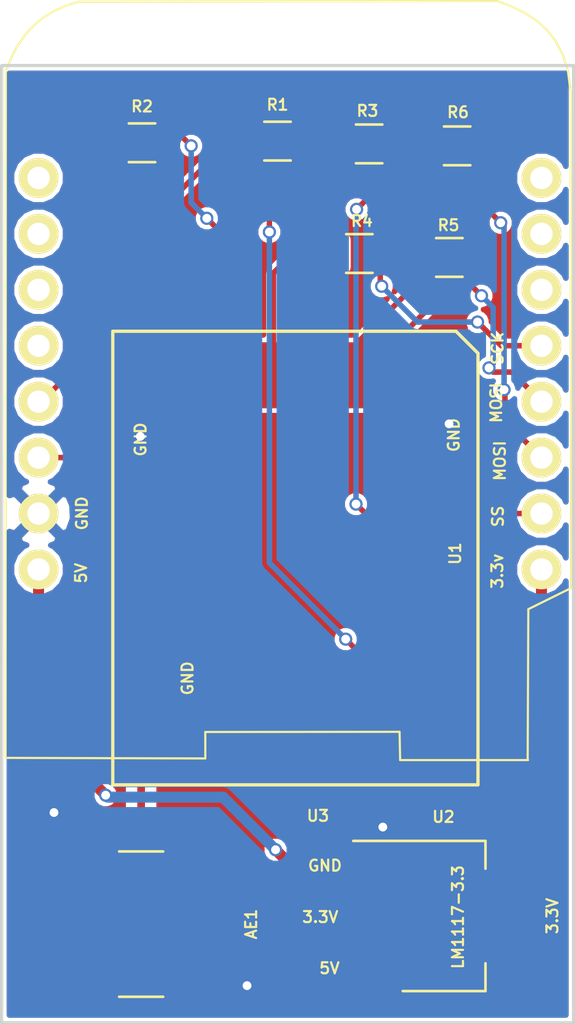
<source format=kicad_pcb>
(kicad_pcb (version 4) (host pcbnew 4.0.6)

  (general
    (links 35)
    (no_connects 0)
    (area 150.174999 107.945765 176.383721 154.872)
    (thickness 1.2)
    (drawings 19)
    (tracks 123)
    (zones 0)
    (modules 10)
    (nets 29)
  )

  (page A4)
  (layers
    (0 F.Cu signal)
    (1 In1.Cu power)
    (2 In2.Cu power)
    (31 B.Cu signal)
    (33 F.Adhes user)
    (35 F.Paste user)
    (36 B.SilkS user)
    (37 F.SilkS user)
    (38 B.Mask user)
    (39 F.Mask user)
    (40 Dwgs.User user)
    (41 Cmts.User user)
    (42 Eco1.User user)
    (43 Eco2.User user)
    (44 Edge.Cuts user)
    (45 Margin user)
    (47 F.CrtYd user)
    (49 F.Fab user)
  )

  (setup
    (last_trace_width 0.25)
    (user_trace_width 0.5)
    (trace_clearance 0.2)
    (zone_clearance 0.1524)
    (zone_45_only no)
    (trace_min 0.2)
    (segment_width 0.2)
    (edge_width 0.15)
    (via_size 0.6)
    (via_drill 0.4)
    (via_min_size 0.4)
    (via_min_drill 0.3)
    (uvia_size 0.3)
    (uvia_drill 0.1)
    (uvias_allowed no)
    (uvia_min_size 0.2)
    (uvia_min_drill 0.1)
    (pcb_text_width 0.3)
    (pcb_text_size 1.5 1.5)
    (mod_edge_width 0.15)
    (mod_text_size 0.5 0.5)
    (mod_text_width 0.1)
    (pad_size 1.524 1.524)
    (pad_drill 0.762)
    (pad_to_mask_clearance 0.2)
    (aux_axis_origin 0 0)
    (visible_elements FFFFFF7F)
    (pcbplotparams
      (layerselection 0x010f0_80000007)
      (usegerberextensions true)
      (excludeedgelayer true)
      (linewidth 0.100000)
      (plotframeref false)
      (viasonmask false)
      (mode 1)
      (useauxorigin false)
      (hpglpennumber 1)
      (hpglpenspeed 20)
      (hpglpendiameter 15)
      (hpglpenoverlay 2)
      (psnegative false)
      (psa4output false)
      (plotreference true)
      (plotvalue true)
      (plotinvisibletext false)
      (padsonsilk false)
      (subtractmaskfromsilk false)
      (outputformat 1)
      (mirror false)
      (drillshape 0)
      (scaleselection 1)
      (outputdirectory ""))
  )

  (net 0 "")
  (net 1 "Net-(AE1-Pad1)")
  (net 2 "Net-(R1-Pad1)")
  (net 3 "Net-(R1-Pad2)")
  (net 4 "Net-(R2-Pad1)")
  (net 5 "Net-(R2-Pad2)")
  (net 6 /SS)
  (net 7 "Net-(R3-Pad2)")
  (net 8 /SCK)
  (net 9 "Net-(R4-Pad2)")
  (net 10 /MISO)
  (net 11 "Net-(R5-Pad2)")
  (net 12 /MOSI)
  (net 13 "Net-(R6-Pad2)")
  (net 14 "Net-(U1-Pad16)")
  (net 15 GND)
  (net 16 "Net-(U1-Pad15)")
  (net 17 +3V3)
  (net 18 "Net-(U1-Pad12)")
  (net 19 "Net-(U1-Pad11)")
  (net 20 "Net-(U1-Pad7)")
  (net 21 "Net-(U3-Pad8)")
  (net 22 "Net-(U3-Pad7)")
  (net 23 "Net-(U3-Pad6)")
  (net 24 "Net-(U3-Pad5)")
  (net 25 +5V)
  (net 26 "Net-(U3-Pad11)")
  (net 27 "Net-(U3-Pad10)")
  (net 28 "Net-(U3-Pad9)")

  (net_class Default "This is the default net class."
    (clearance 0.2)
    (trace_width 0.25)
    (via_dia 0.6)
    (via_drill 0.4)
    (uvia_dia 0.3)
    (uvia_drill 0.1)
    (add_net +3V3)
    (add_net +5V)
    (add_net /MISO)
    (add_net /MOSI)
    (add_net /SCK)
    (add_net /SS)
    (add_net GND)
    (add_net "Net-(AE1-Pad1)")
    (add_net "Net-(R1-Pad1)")
    (add_net "Net-(R1-Pad2)")
    (add_net "Net-(R2-Pad1)")
    (add_net "Net-(R2-Pad2)")
    (add_net "Net-(R3-Pad2)")
    (add_net "Net-(R4-Pad2)")
    (add_net "Net-(R5-Pad2)")
    (add_net "Net-(R6-Pad2)")
    (add_net "Net-(U1-Pad11)")
    (add_net "Net-(U1-Pad12)")
    (add_net "Net-(U1-Pad15)")
    (add_net "Net-(U1-Pad16)")
    (add_net "Net-(U1-Pad7)")
    (add_net "Net-(U3-Pad10)")
    (add_net "Net-(U3-Pad11)")
    (add_net "Net-(U3-Pad5)")
    (add_net "Net-(U3-Pad6)")
    (add_net "Net-(U3-Pad7)")
    (add_net "Net-(U3-Pad8)")
    (add_net "Net-(U3-Pad9)")
  )

  (module DisasterRadio:D1_mini_Hat (layer F.Cu) (tedit 59E27AC5) (tstamp 59DDAB9E)
    (at 163.357694 126.3875)
    (path /59DACFEC)
    (fp_text reference U3 (at 1.27 18.81) (layer F.SilkS)
      (effects (font (size 0.5 0.5) (thickness 0.1)))
    )
    (fp_text value WeMos_mini (at 0.218306 -16.6849) (layer F.Fab)
      (effects (font (size 1 1) (thickness 0.15)))
    )
    (fp_line (start 10.817472 16.277228) (end 5.00618 16.277228) (layer F.SilkS) (width 0.1))
    (fp_line (start 5.00618 16.277228) (end 4.979849 14.993795) (layer F.SilkS) (width 0.1))
    (fp_line (start 4.979849 14.993795) (end -3.851373 15.000483) (layer F.SilkS) (width 0.1))
    (fp_line (start -3.851373 15.000483) (end -3.849397 16.202736) (layer F.SilkS) (width 0.1))
    (fp_line (start -3.849397 16.202736) (end -12.930193 16.176658) (layer F.SilkS) (width 0.1))
    (fp_line (start -12.930193 16.176658) (end -12.916195 -14.993493) (layer F.SilkS) (width 0.1))
    (fp_line (start -12.916195 -14.993493) (end -12.683384 -15.596286) (layer F.SilkS) (width 0.1))
    (fp_line (start -12.683384 -15.596286) (end -12.399901 -16.141167) (layer F.SilkS) (width 0.1))
    (fp_line (start -12.399901 -16.141167) (end -12.065253 -16.627577) (layer F.SilkS) (width 0.1))
    (fp_line (start -12.065253 -16.627577) (end -11.678953 -17.054952) (layer F.SilkS) (width 0.1))
    (fp_line (start -11.678953 -17.054952) (end -11.240512 -17.422741) (layer F.SilkS) (width 0.1))
    (fp_line (start -11.240512 -17.422741) (end -10.74944 -17.730377) (layer F.SilkS) (width 0.1))
    (fp_line (start -10.74944 -17.730377) (end -10.20525 -17.97731) (layer F.SilkS) (width 0.1))
    (fp_line (start -10.20525 -17.97731) (end -9.607453 -18.162976) (layer F.SilkS) (width 0.1))
    (fp_line (start -9.607453 -18.162976) (end 9.43046 -18.191734) (layer F.SilkS) (width 0.1))
    (fp_line (start 9.43046 -18.191734) (end 10.049824 -17.957741) (layer F.SilkS) (width 0.1))
    (fp_line (start 10.049824 -17.957741) (end 10.638018 -17.673258) (layer F.SilkS) (width 0.1))
    (fp_line (start 10.638018 -17.673258) (end 11.181445 -17.323743) (layer F.SilkS) (width 0.1))
    (fp_line (start 11.181445 -17.323743) (end 11.666503 -16.894658) (layer F.SilkS) (width 0.1))
    (fp_line (start 11.666503 -16.894658) (end 12.079595 -16.37146) (layer F.SilkS) (width 0.1))
    (fp_line (start 12.079595 -16.37146) (end 12.407122 -15.739613) (layer F.SilkS) (width 0.1))
    (fp_line (start 12.407122 -15.739613) (end 12.635482 -14.984575) (layer F.SilkS) (width 0.1))
    (fp_line (start 12.635482 -14.984575) (end 12.751078 -14.091807) (layer F.SilkS) (width 0.1))
    (fp_line (start 12.751078 -14.091807) (end 12.776026 8.463285) (layer F.SilkS) (width 0.1))
    (fp_line (start 12.776026 8.463285) (end 10.83248 9.424181) (layer F.SilkS) (width 0.1))
    (fp_line (start 10.83248 9.424181) (end 10.802686 16.232524) (layer F.SilkS) (width 0.1))
    (pad 8 thru_hole circle (at -11.43 -10.16) (size 1.8 1.8) (drill 1.016) (layers *.Cu *.Mask F.SilkS)
      (net 21 "Net-(U3-Pad8)"))
    (pad 7 thru_hole circle (at -11.43 -7.62) (size 1.8 1.8) (drill 1.016) (layers *.Cu *.Mask F.SilkS)
      (net 22 "Net-(U3-Pad7)"))
    (pad 6 thru_hole circle (at -11.43 -5.08) (size 1.8 1.8) (drill 1.016) (layers *.Cu *.Mask F.SilkS)
      (net 23 "Net-(U3-Pad6)"))
    (pad 5 thru_hole circle (at -11.43 -2.54) (size 1.8 1.8) (drill 1.016) (layers *.Cu *.Mask F.SilkS)
      (net 24 "Net-(U3-Pad5)"))
    (pad 4 thru_hole circle (at -11.43 0) (size 1.8 1.8) (drill 1.016) (layers *.Cu *.Mask F.SilkS)
      (net 4 "Net-(R2-Pad1)"))
    (pad 3 thru_hole circle (at -11.43 2.54) (size 1.8 1.8) (drill 1.016) (layers *.Cu *.Mask F.SilkS)
      (net 2 "Net-(R1-Pad1)"))
    (pad 2 thru_hole circle (at -11.43 5.08) (size 1.8 1.8) (drill 1.016) (layers *.Cu *.Mask F.SilkS)
      (net 15 GND))
    (pad 1 thru_hole circle (at -11.43 7.62) (size 1.8 1.8) (drill 1.016) (layers *.Cu *.Mask F.SilkS)
      (net 25 +5V))
    (pad 16 thru_hole circle (at 11.43 7.62) (size 1.8 1.8) (drill 1.016) (layers *.Cu *.Mask F.SilkS)
      (net 17 +3V3))
    (pad 15 thru_hole circle (at 11.43 5.08) (size 1.8 1.8) (drill 1.016) (layers *.Cu *.Mask F.SilkS)
      (net 6 /SS))
    (pad 14 thru_hole circle (at 11.43 2.54) (size 1.8 1.8) (drill 1.016) (layers *.Cu *.Mask F.SilkS)
      (net 12 /MOSI))
    (pad 13 thru_hole circle (at 11.43 0) (size 1.8 1.8) (drill 1.016) (layers *.Cu *.Mask F.SilkS)
      (net 10 /MISO))
    (pad 12 thru_hole circle (at 11.43 -2.54) (size 1.8 1.8) (drill 1.016) (layers *.Cu *.Mask F.SilkS)
      (net 8 /SCK))
    (pad 11 thru_hole circle (at 11.43 -5.08) (size 1.8 1.8) (drill 1.016) (layers *.Cu *.Mask F.SilkS)
      (net 26 "Net-(U3-Pad11)"))
    (pad 10 thru_hole circle (at 11.43 -7.62) (size 1.8 1.8) (drill 1.016) (layers *.Cu *.Mask F.SilkS)
      (net 27 "Net-(U3-Pad10)"))
    (pad 9 thru_hole circle (at 11.43 -10.16) (size 1.8 1.8) (drill 1.016) (layers *.Cu *.Mask F.SilkS)
      (net 28 "Net-(U3-Pad9)"))
  )

  (module Connectors:SMA_SMD_Jack_Straight (layer F.Cu) (tedit 59E5990A) (tstamp 59DDAAF1)
    (at 156.591 150.114 270)
    (descr "SMA pcb surface mount jack")
    (tags "SMA SMD Jack Straight")
    (path /59CB0BD9)
    (attr smd)
    (fp_text reference AE1 (at 0 -5 270) (layer F.SilkS)
      (effects (font (size 0.5 0.5) (thickness 0.1)))
    )
    (fp_text value Antenna (at -0.127 4.9403 270) (layer F.Fab)
      (effects (font (size 1 1) (thickness 0.15)))
    )
    (fp_circle (center 0 0) (end 1.27 0) (layer F.Fab) (width 0.1))
    (fp_circle (center 0 0) (end 2.04 0) (layer F.Fab) (width 0.1))
    (fp_line (start 4.06 4.06) (end -4.06 4.06) (layer F.CrtYd) (width 0.05))
    (fp_line (start 4.06 4.06) (end 4.06 -4.06) (layer F.CrtYd) (width 0.05))
    (fp_line (start -4.06 -4.06) (end -4.06 4.06) (layer F.CrtYd) (width 0.05))
    (fp_line (start -4.06 -4.06) (end 4.06 -4.06) (layer F.CrtYd) (width 0.05))
    (fp_line (start 1.58 1.58) (end 1.58 3.17) (layer F.Fab) (width 0.1))
    (fp_line (start 3.17 1.58) (end 1.58 1.58) (layer F.Fab) (width 0.1))
    (fp_line (start 1.58 -1.58) (end 3.17 -1.58) (layer F.Fab) (width 0.1))
    (fp_line (start 1.58 -3.17) (end 1.58 -1.58) (layer F.Fab) (width 0.1))
    (fp_line (start -3.17 1.58) (end -1.58 1.58) (layer F.Fab) (width 0.1))
    (fp_line (start -1.58 1.58) (end -1.58 3.17) (layer F.Fab) (width 0.1))
    (fp_line (start -3.17 -1.58) (end -1.58 -1.58) (layer F.Fab) (width 0.1))
    (fp_line (start -1.58 -3.17) (end -1.58 -1.58) (layer F.Fab) (width 0.1))
    (fp_line (start -3.17 -3.17) (end 3.17 -3.17) (layer F.Fab) (width 0.1))
    (fp_line (start -3.17 -3.17) (end -3.17 3.17) (layer F.Fab) (width 0.1))
    (fp_line (start -3.17 3.17) (end 3.17 3.17) (layer F.Fab) (width 0.1))
    (fp_line (start 3.17 -3.17) (end 3.17 3.17) (layer F.Fab) (width 0.1))
    (fp_line (start -3.3 -1) (end -3.3 1) (layer F.SilkS) (width 0.12))
    (fp_line (start 3.3 -1) (end 3.3 1) (layer F.SilkS) (width 0.12))
    (fp_text user %R (at 0 -5 270) (layer F.Fab)
      (effects (font (size 0.5 0.5) (thickness 0.1)))
    )
    (pad 2 smd rect (at 0.85 2.38 290) (size 2 1) (layers F.Cu F.Paste F.Mask)
      (net 15 GND))
    (pad 2 smd rect (at -0.85 2.38 250) (size 2 1) (layers F.Cu F.Paste F.Mask)
      (net 15 GND))
    (pad 2 smd rect (at 0.85 -2.38 250) (size 2 1) (layers F.Cu F.Paste F.Mask)
      (net 15 GND))
    (pad 2 smd rect (at -0.85 -2.38 290) (size 2 1) (layers F.Cu F.Paste F.Mask)
      (net 15 GND))
    (pad 2 smd rect (at 1.515 1.749 320) (size 1 0.5) (layers F.Cu F.Paste F.Mask)
      (net 15 GND))
    (pad 2 smd rect (at -1.515 1.749 220) (size 1 0.5) (layers F.Cu F.Paste F.Mask)
      (net 15 GND))
    (pad 2 smd rect (at 1.515 -1.749 220) (size 1 0.5) (layers F.Cu F.Paste F.Mask)
      (net 15 GND))
    (pad 2 smd rect (at -1.515 -1.749 320) (size 1 0.5) (layers F.Cu F.Paste F.Mask)
      (net 15 GND))
    (pad 2 smd rect (at 2.6 2.38) (size 2.35 1.91) (layers F.Cu F.Paste F.Mask)
      (net 15 GND))
    (pad 2 smd rect (at 0 2.8) (size 1.51 7.11) (layers F.Cu F.Paste F.Mask)
      (net 15 GND))
    (pad 2 smd rect (at -2.6 2.38) (size 2.35 1.91) (layers F.Cu F.Paste F.Mask)
      (net 15 GND))
    (pad 2 smd rect (at 2.6 -2.38) (size 2.35 1.91) (layers F.Cu F.Paste F.Mask)
      (net 15 GND))
    (pad 1 smd circle (at 0 0) (size 1.73 1.73) (layers F.Cu F.Paste F.Mask)
      (net 1 "Net-(AE1-Pad1)"))
    (pad 2 smd rect (at 0 -2.8) (size 1.51 7.11) (layers F.Cu F.Paste F.Mask)
      (net 15 GND))
    (pad 2 smd rect (at -2.6 -2.38) (size 2.35 1.91) (layers F.Cu F.Paste F.Mask)
      (net 15 GND))
  )

  (module Resistors_SMD:R_0805 (layer F.Cu) (tedit 58E0A804) (tstamp 59DDAB02)
    (at 162.7886 114.554)
    (descr "Resistor SMD 0805, reflow soldering, Vishay (see dcrcw.pdf)")
    (tags "resistor 0805")
    (path /59CF1A56)
    (attr smd)
    (fp_text reference R1 (at 0 -1.65) (layer F.SilkS)
      (effects (font (size 0.5 0.5) (thickness 0.1)))
    )
    (fp_text value 0k (at 0 1.75) (layer F.Fab)
      (effects (font (size 1 1) (thickness 0.15)))
    )
    (fp_text user %R (at 0 0) (layer F.Fab)
      (effects (font (size 0.5 0.5) (thickness 0.1)))
    )
    (fp_line (start -1 0.62) (end -1 -0.62) (layer F.Fab) (width 0.1))
    (fp_line (start 1 0.62) (end -1 0.62) (layer F.Fab) (width 0.1))
    (fp_line (start 1 -0.62) (end 1 0.62) (layer F.Fab) (width 0.1))
    (fp_line (start -1 -0.62) (end 1 -0.62) (layer F.Fab) (width 0.1))
    (fp_line (start 0.6 0.88) (end -0.6 0.88) (layer F.SilkS) (width 0.12))
    (fp_line (start -0.6 -0.88) (end 0.6 -0.88) (layer F.SilkS) (width 0.12))
    (fp_line (start -1.55 -0.9) (end 1.55 -0.9) (layer F.CrtYd) (width 0.05))
    (fp_line (start -1.55 -0.9) (end -1.55 0.9) (layer F.CrtYd) (width 0.05))
    (fp_line (start 1.55 0.9) (end 1.55 -0.9) (layer F.CrtYd) (width 0.05))
    (fp_line (start 1.55 0.9) (end -1.55 0.9) (layer F.CrtYd) (width 0.05))
    (pad 1 smd rect (at -0.95 0) (size 0.7 1.3) (layers F.Cu F.Paste F.Mask)
      (net 2 "Net-(R1-Pad1)"))
    (pad 2 smd rect (at 0.95 0) (size 0.7 1.3) (layers F.Cu F.Paste F.Mask)
      (net 3 "Net-(R1-Pad2)"))
    (model ${KISYS3DMOD}/Resistors_SMD.3dshapes/R_0805.wrl
      (at (xyz 0 0 0))
      (scale (xyz 1 1 1))
      (rotate (xyz 0 0 0))
    )
  )

  (module Resistors_SMD:R_0805 (layer F.Cu) (tedit 58E0A804) (tstamp 59DDAB13)
    (at 156.6316 114.6302)
    (descr "Resistor SMD 0805, reflow soldering, Vishay (see dcrcw.pdf)")
    (tags "resistor 0805")
    (path /59CF1001)
    (attr smd)
    (fp_text reference R2 (at 0 -1.65) (layer F.SilkS)
      (effects (font (size 0.5 0.5) (thickness 0.1)))
    )
    (fp_text value 0k (at 0 1.75) (layer F.Fab)
      (effects (font (size 1 1) (thickness 0.15)))
    )
    (fp_text user %R (at 0.0381 -0.0254) (layer F.Fab)
      (effects (font (size 0.5 0.5) (thickness 0.1)))
    )
    (fp_line (start -1 0.62) (end -1 -0.62) (layer F.Fab) (width 0.1))
    (fp_line (start 1 0.62) (end -1 0.62) (layer F.Fab) (width 0.1))
    (fp_line (start 1 -0.62) (end 1 0.62) (layer F.Fab) (width 0.1))
    (fp_line (start -1 -0.62) (end 1 -0.62) (layer F.Fab) (width 0.1))
    (fp_line (start 0.6 0.88) (end -0.6 0.88) (layer F.SilkS) (width 0.12))
    (fp_line (start -0.6 -0.88) (end 0.6 -0.88) (layer F.SilkS) (width 0.12))
    (fp_line (start -1.55 -0.9) (end 1.55 -0.9) (layer F.CrtYd) (width 0.05))
    (fp_line (start -1.55 -0.9) (end -1.55 0.9) (layer F.CrtYd) (width 0.05))
    (fp_line (start 1.55 0.9) (end 1.55 -0.9) (layer F.CrtYd) (width 0.05))
    (fp_line (start 1.55 0.9) (end -1.55 0.9) (layer F.CrtYd) (width 0.05))
    (pad 1 smd rect (at -0.95 0) (size 0.7 1.3) (layers F.Cu F.Paste F.Mask)
      (net 4 "Net-(R2-Pad1)"))
    (pad 2 smd rect (at 0.95 0) (size 0.7 1.3) (layers F.Cu F.Paste F.Mask)
      (net 5 "Net-(R2-Pad2)"))
    (model ${KISYS3DMOD}/Resistors_SMD.3dshapes/R_0805.wrl
      (at (xyz 0 0 0))
      (scale (xyz 1 1 1))
      (rotate (xyz 0 0 0))
    )
  )

  (module Resistors_SMD:R_0805 (layer F.Cu) (tedit 58E0A804) (tstamp 59DDAB24)
    (at 166.9542 114.681 180)
    (descr "Resistor SMD 0805, reflow soldering, Vishay (see dcrcw.pdf)")
    (tags "resistor 0805")
    (path /59CC447A)
    (attr smd)
    (fp_text reference R3 (at 0.0762 1.4986 180) (layer F.SilkS)
      (effects (font (size 0.5 0.5) (thickness 0.1)))
    )
    (fp_text value 0k (at -0.0508 -1.6637 180) (layer F.Fab)
      (effects (font (size 1 1) (thickness 0.15)))
    )
    (fp_text user %R (at 0 0 180) (layer F.Fab)
      (effects (font (size 0.5 0.5) (thickness 0.1)))
    )
    (fp_line (start -1 0.62) (end -1 -0.62) (layer F.Fab) (width 0.1))
    (fp_line (start 1 0.62) (end -1 0.62) (layer F.Fab) (width 0.1))
    (fp_line (start 1 -0.62) (end 1 0.62) (layer F.Fab) (width 0.1))
    (fp_line (start -1 -0.62) (end 1 -0.62) (layer F.Fab) (width 0.1))
    (fp_line (start 0.6 0.88) (end -0.6 0.88) (layer F.SilkS) (width 0.12))
    (fp_line (start -0.6 -0.88) (end 0.6 -0.88) (layer F.SilkS) (width 0.12))
    (fp_line (start -1.55 -0.9) (end 1.55 -0.9) (layer F.CrtYd) (width 0.05))
    (fp_line (start -1.55 -0.9) (end -1.55 0.9) (layer F.CrtYd) (width 0.05))
    (fp_line (start 1.55 0.9) (end 1.55 -0.9) (layer F.CrtYd) (width 0.05))
    (fp_line (start 1.55 0.9) (end -1.55 0.9) (layer F.CrtYd) (width 0.05))
    (pad 1 smd rect (at -0.95 0 180) (size 0.7 1.3) (layers F.Cu F.Paste F.Mask)
      (net 6 /SS))
    (pad 2 smd rect (at 0.95 0 180) (size 0.7 1.3) (layers F.Cu F.Paste F.Mask)
      (net 7 "Net-(R3-Pad2)"))
    (model ${KISYS3DMOD}/Resistors_SMD.3dshapes/R_0805.wrl
      (at (xyz 0 0 0))
      (scale (xyz 1 1 1))
      (rotate (xyz 0 0 0))
    )
  )

  (module Resistors_SMD:R_0805 (layer F.Cu) (tedit 58E0A804) (tstamp 59DDAB35)
    (at 166.5097 119.6594 180)
    (descr "Resistor SMD 0805, reflow soldering, Vishay (see dcrcw.pdf)")
    (tags "resistor 0805")
    (path /59CF0F92)
    (attr smd)
    (fp_text reference R4 (at -0.1143 1.4732 180) (layer F.SilkS)
      (effects (font (size 0.5 0.5) (thickness 0.1)))
    )
    (fp_text value 0k (at 0.0762 -1.9431 180) (layer F.Fab)
      (effects (font (size 1 1) (thickness 0.15)))
    )
    (fp_text user %R (at 0 0 180) (layer F.Fab)
      (effects (font (size 0.5 0.5) (thickness 0.1)))
    )
    (fp_line (start -1 0.62) (end -1 -0.62) (layer F.Fab) (width 0.1))
    (fp_line (start 1 0.62) (end -1 0.62) (layer F.Fab) (width 0.1))
    (fp_line (start 1 -0.62) (end 1 0.62) (layer F.Fab) (width 0.1))
    (fp_line (start -1 -0.62) (end 1 -0.62) (layer F.Fab) (width 0.1))
    (fp_line (start 0.6 0.88) (end -0.6 0.88) (layer F.SilkS) (width 0.12))
    (fp_line (start -0.6 -0.88) (end 0.6 -0.88) (layer F.SilkS) (width 0.12))
    (fp_line (start -1.55 -0.9) (end 1.55 -0.9) (layer F.CrtYd) (width 0.05))
    (fp_line (start -1.55 -0.9) (end -1.55 0.9) (layer F.CrtYd) (width 0.05))
    (fp_line (start 1.55 0.9) (end 1.55 -0.9) (layer F.CrtYd) (width 0.05))
    (fp_line (start 1.55 0.9) (end -1.55 0.9) (layer F.CrtYd) (width 0.05))
    (pad 1 smd rect (at -0.95 0 180) (size 0.7 1.3) (layers F.Cu F.Paste F.Mask)
      (net 8 /SCK))
    (pad 2 smd rect (at 0.95 0 180) (size 0.7 1.3) (layers F.Cu F.Paste F.Mask)
      (net 9 "Net-(R4-Pad2)"))
    (model ${KISYS3DMOD}/Resistors_SMD.3dshapes/R_0805.wrl
      (at (xyz 0 0 0))
      (scale (xyz 1 1 1))
      (rotate (xyz 0 0 0))
    )
  )

  (module Resistors_SMD:R_0805 (layer F.Cu) (tedit 58E0A804) (tstamp 59DDAB46)
    (at 170.5991 119.8372 180)
    (descr "Resistor SMD 0805, reflow soldering, Vishay (see dcrcw.pdf)")
    (tags "resistor 0805")
    (path /59CC4726)
    (attr smd)
    (fp_text reference R5 (at 0.0381 1.4605 180) (layer F.SilkS)
      (effects (font (size 0.5 0.5) (thickness 0.1)))
    )
    (fp_text value 0k (at 0.1016 -1.8288 180) (layer F.Fab)
      (effects (font (size 1 1) (thickness 0.15)))
    )
    (fp_text user %R (at 0 0 180) (layer F.Fab)
      (effects (font (size 0.5 0.5) (thickness 0.1)))
    )
    (fp_line (start -1 0.62) (end -1 -0.62) (layer F.Fab) (width 0.1))
    (fp_line (start 1 0.62) (end -1 0.62) (layer F.Fab) (width 0.1))
    (fp_line (start 1 -0.62) (end 1 0.62) (layer F.Fab) (width 0.1))
    (fp_line (start -1 -0.62) (end 1 -0.62) (layer F.Fab) (width 0.1))
    (fp_line (start 0.6 0.88) (end -0.6 0.88) (layer F.SilkS) (width 0.12))
    (fp_line (start -0.6 -0.88) (end 0.6 -0.88) (layer F.SilkS) (width 0.12))
    (fp_line (start -1.55 -0.9) (end 1.55 -0.9) (layer F.CrtYd) (width 0.05))
    (fp_line (start -1.55 -0.9) (end -1.55 0.9) (layer F.CrtYd) (width 0.05))
    (fp_line (start 1.55 0.9) (end 1.55 -0.9) (layer F.CrtYd) (width 0.05))
    (fp_line (start 1.55 0.9) (end -1.55 0.9) (layer F.CrtYd) (width 0.05))
    (pad 1 smd rect (at -0.95 0 180) (size 0.7 1.3) (layers F.Cu F.Paste F.Mask)
      (net 10 /MISO))
    (pad 2 smd rect (at 0.95 0 180) (size 0.7 1.3) (layers F.Cu F.Paste F.Mask)
      (net 11 "Net-(R5-Pad2)"))
    (model ${KISYS3DMOD}/Resistors_SMD.3dshapes/R_0805.wrl
      (at (xyz 0 0 0))
      (scale (xyz 1 1 1))
      (rotate (xyz 0 0 0))
    )
  )

  (module Resistors_SMD:R_0805 (layer F.Cu) (tedit 58E0A804) (tstamp 59DDAB57)
    (at 170.9547 114.7699 180)
    (descr "Resistor SMD 0805, reflow soldering, Vishay (see dcrcw.pdf)")
    (tags "resistor 0805")
    (path /59CC47A1)
    (attr smd)
    (fp_text reference R6 (at -0.0381 1.524 180) (layer F.SilkS)
      (effects (font (size 0.5 0.5) (thickness 0.1)))
    )
    (fp_text value 0k (at 0.0254 -1.8923 180) (layer F.Fab)
      (effects (font (size 1 1) (thickness 0.15)))
    )
    (fp_text user %R (at 0 0 180) (layer F.Fab)
      (effects (font (size 0.5 0.5) (thickness 0.1)))
    )
    (fp_line (start -1 0.62) (end -1 -0.62) (layer F.Fab) (width 0.1))
    (fp_line (start 1 0.62) (end -1 0.62) (layer F.Fab) (width 0.1))
    (fp_line (start 1 -0.62) (end 1 0.62) (layer F.Fab) (width 0.1))
    (fp_line (start -1 -0.62) (end 1 -0.62) (layer F.Fab) (width 0.1))
    (fp_line (start 0.6 0.88) (end -0.6 0.88) (layer F.SilkS) (width 0.12))
    (fp_line (start -0.6 -0.88) (end 0.6 -0.88) (layer F.SilkS) (width 0.12))
    (fp_line (start -1.55 -0.9) (end 1.55 -0.9) (layer F.CrtYd) (width 0.05))
    (fp_line (start -1.55 -0.9) (end -1.55 0.9) (layer F.CrtYd) (width 0.05))
    (fp_line (start 1.55 0.9) (end 1.55 -0.9) (layer F.CrtYd) (width 0.05))
    (fp_line (start 1.55 0.9) (end -1.55 0.9) (layer F.CrtYd) (width 0.05))
    (pad 1 smd rect (at -0.95 0 180) (size 0.7 1.3) (layers F.Cu F.Paste F.Mask)
      (net 12 /MOSI))
    (pad 2 smd rect (at 0.95 0 180) (size 0.7 1.3) (layers F.Cu F.Paste F.Mask)
      (net 13 "Net-(R6-Pad2)"))
    (model ${KISYS3DMOD}/Resistors_SMD.3dshapes/R_0805.wrl
      (at (xyz 0 0 0))
      (scale (xyz 1 1 1))
      (rotate (xyz 0 0 0))
    )
  )

  (module DisasterRadio:RFM95 (layer F.Cu) (tedit 59C9CB93) (tstamp 59DDAB70)
    (at 163.6014 133.4897 180)
    (path /59C9C638)
    (fp_text reference U1 (at -7.2644 0.2032 270) (layer F.SilkS)
      (effects (font (size 0.5 0.5) (thickness 0.1)))
    )
    (fp_text value RFM95 (at 0 0 180) (layer F.Fab)
      (effects (font (size 1.2 1.2) (thickness 0.15)))
    )
    (fp_line (start -8.3 9.3) (end -7.3 10.3) (layer F.SilkS) (width 0.15))
    (fp_line (start -8.3 -10.3) (end -8.3 9.3) (layer F.SilkS) (width 0.15))
    (fp_line (start -7.3 10.3) (end 8.3 10.3) (layer F.SilkS) (width 0.15))
    (fp_line (start 8.3 10.3) (end 8.3 -10.3) (layer F.SilkS) (width 0.15))
    (fp_line (start 8.3 -10.3) (end -8.3 -10.3) (layer F.SilkS) (width 0.15))
    (pad 16 smd rect (at -7 -8.3 180) (size 1.6 3) (layers F.Cu F.Paste F.Mask)
      (net 14 "Net-(U1-Pad16)"))
    (pad 1 smd rect (at -7 8.3 180) (size 1.6 3) (layers F.Cu F.Paste F.Mask)
      (net 15 GND))
    (pad 15 smd rect (at -5 -8.3 180) (size 1.6 3) (layers F.Cu F.Paste F.Mask)
      (net 16 "Net-(U1-Pad15)"))
    (pad 2 smd rect (at -5 8.3 180) (size 1.6 3) (layers F.Cu F.Paste F.Mask)
      (net 11 "Net-(R5-Pad2)"))
    (pad 14 smd rect (at -3 -8.3 180) (size 1.6 3) (layers F.Cu F.Paste F.Mask)
      (net 3 "Net-(R1-Pad2)"))
    (pad 3 smd rect (at -3 8.3 180) (size 1.6 3) (layers F.Cu F.Paste F.Mask)
      (net 13 "Net-(R6-Pad2)"))
    (pad 13 smd rect (at -1 -8.3 180) (size 1.6 3) (layers F.Cu F.Paste F.Mask)
      (net 17 +3V3))
    (pad 4 smd rect (at -1 8.3 180) (size 1.6 3) (layers F.Cu F.Paste F.Mask)
      (net 9 "Net-(R4-Pad2)"))
    (pad 12 smd rect (at 1 -8.3 180) (size 1.6 3) (layers F.Cu F.Paste F.Mask)
      (net 18 "Net-(U1-Pad12)"))
    (pad 5 smd rect (at 1 8.3 180) (size 1.6 3) (layers F.Cu F.Paste F.Mask)
      (net 7 "Net-(R3-Pad2)"))
    (pad 11 smd rect (at 3 -8.3 180) (size 1.6 3) (layers F.Cu F.Paste F.Mask)
      (net 19 "Net-(U1-Pad11)"))
    (pad 6 smd rect (at 3 8.3 180) (size 1.6 3) (layers F.Cu F.Paste F.Mask)
      (net 5 "Net-(R2-Pad2)"))
    (pad 10 smd rect (at 5 -8.3 180) (size 1.6 3) (layers F.Cu F.Paste F.Mask)
      (net 15 GND))
    (pad 7 smd rect (at 5 8.3 180) (size 1.6 3) (layers F.Cu F.Paste F.Mask)
      (net 20 "Net-(U1-Pad7)"))
    (pad 9 smd rect (at 7 -8.3 180) (size 1.6 3) (layers F.Cu F.Paste F.Mask)
      (net 1 "Net-(AE1-Pad1)"))
    (pad 8 smd rect (at 7 8.3 180) (size 1.6 3) (layers F.Cu F.Paste F.Mask)
      (net 15 GND))
  )

  (module TO_SOT_Packages_SMD:SOT-223 (layer F.Cu) (tedit 58CE4E7E) (tstamp 59E58A5B)
    (at 170.3324 149.7457)
    (descr "module CMS SOT223 4 pins")
    (tags "CMS SOT")
    (path /59DDA3AE)
    (attr smd)
    (fp_text reference U2 (at 0 -4.5) (layer F.SilkS)
      (effects (font (size 0.5 0.5) (thickness 0.1)))
    )
    (fp_text value LM1117-3.3 (at 0.5461 4.0513) (layer F.Fab)
      (effects (font (size 1 1) (thickness 0.15)))
    )
    (fp_text user %R (at 0 0 90) (layer F.Fab)
      (effects (font (size 0.5 0.5) (thickness 0.1)))
    )
    (fp_line (start -1.85 -2.3) (end -0.8 -3.35) (layer F.Fab) (width 0.1))
    (fp_line (start 1.91 3.41) (end 1.91 2.15) (layer F.SilkS) (width 0.12))
    (fp_line (start 1.91 -3.41) (end 1.91 -2.15) (layer F.SilkS) (width 0.12))
    (fp_line (start 4.4 -3.6) (end -4.4 -3.6) (layer F.CrtYd) (width 0.05))
    (fp_line (start 4.4 3.6) (end 4.4 -3.6) (layer F.CrtYd) (width 0.05))
    (fp_line (start -4.4 3.6) (end 4.4 3.6) (layer F.CrtYd) (width 0.05))
    (fp_line (start -4.4 -3.6) (end -4.4 3.6) (layer F.CrtYd) (width 0.05))
    (fp_line (start -1.85 -2.3) (end -1.85 3.35) (layer F.Fab) (width 0.1))
    (fp_line (start -1.85 3.41) (end 1.91 3.41) (layer F.SilkS) (width 0.12))
    (fp_line (start -0.8 -3.35) (end 1.85 -3.35) (layer F.Fab) (width 0.1))
    (fp_line (start -4.1 -3.41) (end 1.91 -3.41) (layer F.SilkS) (width 0.12))
    (fp_line (start -1.85 3.35) (end 1.85 3.35) (layer F.Fab) (width 0.1))
    (fp_line (start 1.85 -3.35) (end 1.85 3.35) (layer F.Fab) (width 0.1))
    (pad 4 smd rect (at 3.15 0) (size 2 3.8) (layers F.Cu F.Paste F.Mask)
      (net 17 +3V3))
    (pad 2 smd rect (at -3.15 0) (size 2 1.5) (layers F.Cu F.Paste F.Mask)
      (net 17 +3V3))
    (pad 3 smd rect (at -3.15 2.3) (size 2 1.5) (layers F.Cu F.Paste F.Mask)
      (net 25 +5V))
    (pad 1 smd rect (at -3.15 -2.3) (size 2 1.5) (layers F.Cu F.Paste F.Mask)
      (net 15 GND))
    (model ${KISYS3DMOD}/TO_SOT_Packages_SMD.3dshapes/SOT-223.wrl
      (at (xyz 0 0 0))
      (scale (xyz 1 1 1))
      (rotate (xyz 0 0 0))
    )
  )

  (gr_text LM1117-3.3 (at 170.9928 149.7965 90) (layer F.SilkS) (tstamp 59E59CF9)
    (effects (font (size 0.5 0.5) (thickness 0.1)))
  )
  (gr_text 3.3V (at 175.2854 149.7457 90) (layer F.SilkS) (tstamp 59E59B36)
    (effects (font (size 0.5 0.5) (thickness 0.1)))
  )
  (gr_text 5V (at 165.1508 152.1206) (layer F.SilkS) (tstamp 59E59B31)
    (effects (font (size 0.5 0.5) (thickness 0.1)))
  )
  (gr_text 3.3V (at 164.7317 149.7965) (layer F.SilkS) (tstamp 59E59B2D)
    (effects (font (size 0.5 0.5) (thickness 0.1)))
  )
  (gr_text GND (at 153.8986 131.4577 90) (layer F.SilkS) (tstamp 59E59B1F)
    (effects (font (size 0.5 0.5) (thickness 0.1)))
  )
  (gr_text 5V (at 153.8605 134.1755 90) (layer F.SilkS) (tstamp 59E59B1B)
    (effects (font (size 0.5 0.5) (thickness 0.1)))
  )
  (gr_text "SCK\n" (at 172.7962 123.9647 90) (layer F.SilkS) (tstamp 59E59B17)
    (effects (font (size 0.5 0.5) (thickness 0.1)))
  )
  (gr_text MOSI (at 172.7327 126.4412 90) (layer F.SilkS) (tstamp 59E59B13)
    (effects (font (size 0.5 0.5) (thickness 0.1)))
  )
  (gr_text MOSI (at 172.8978 129.0701 90) (layer F.SilkS) (tstamp 59E59B0F)
    (effects (font (size 0.5 0.5) (thickness 0.1)))
  )
  (gr_text SS (at 172.8089 131.5974 90) (layer F.SilkS) (tstamp 59E59B0C)
    (effects (font (size 0.5 0.5) (thickness 0.1)))
  )
  (gr_text 3.3v (at 172.7835 134.0866 90) (layer F.SilkS) (tstamp 59E59B09)
    (effects (font (size 0.5 0.5) (thickness 0.1)))
  )
  (gr_text GND (at 164.9476 147.4597) (layer F.SilkS) (tstamp 59E59979)
    (effects (font (size 0.5 0.5) (thickness 0.1)))
  )
  (gr_text GND (at 158.6992 138.9507 90) (layer F.SilkS) (tstamp 59E59977)
    (effects (font (size 0.5 0.5) (thickness 0.1)))
  )
  (gr_text GND (at 156.5656 128.1049 90) (layer F.SilkS) (tstamp 59E59976)
    (effects (font (size 0.5 0.5) (thickness 0.1)))
  )
  (gr_text GND (at 170.8023 127.9017 90) (layer F.SilkS)
    (effects (font (size 0.5 0.5) (thickness 0.1)))
  )
  (gr_line (start 150.25 154.5971) (end 150.25 111.2139) (angle 90) (layer Edge.Cuts) (width 0.15))
  (gr_line (start 176.25 154.5971) (end 150.25 154.5971) (angle 90) (layer Edge.Cuts) (width 0.15))
  (gr_line (start 176.25 111.125) (end 176.25 154.5971) (angle 90) (layer Edge.Cuts) (width 0.15))
  (gr_line (start 150.25 111.125) (end 176.25 111.125) (angle 90) (layer Edge.Cuts) (width 0.15))

  (segment (start 156.591 150.114) (end 156.591 141.8001) (width 0.349579) (layer F.Cu) (net 1))
  (segment (start 156.591 141.8001) (end 156.6014 141.7897) (width 0.25) (layer F.Cu) (net 1) (tstamp 59DDAE44))
  (segment (start 161.3992 114.9934) (end 160.18 114.9934) (width 0.25) (layer F.Cu) (net 2))
  (segment (start 154.4574 127.5715) (end 154.4574 120.716) (width 0.25) (layer F.Cu) (net 2) (tstamp 59DDAFD0))
  (segment (start 153.1014 128.9275) (end 154.4574 127.5715) (width 0.25) (layer F.Cu) (net 2) (tstamp 59DDAFCF))
  (segment (start 153.1014 128.9275) (end 151.927694 128.9275) (width 0.25) (layer F.Cu) (net 2))
  (segment (start 160.18 114.9934) (end 154.4574 120.716) (width 0.25) (layer F.Cu) (net 2) (tstamp 59E2ACAC))
  (segment (start 161.3992 114.9934) (end 161.8386 114.554) (width 0.25) (layer F.Cu) (net 2) (tstamp 59E2ACAA))
  (segment (start 162.4203 118.6815) (end 162.4203 116.7765) (width 0.25) (layer F.Cu) (net 3))
  (segment (start 163.7386 115.4582) (end 163.7386 114.554) (width 0.25) (layer F.Cu) (net 3) (tstamp 59E2ACA2))
  (segment (start 162.4203 116.7765) (end 163.7386 115.4582) (width 0.25) (layer F.Cu) (net 3) (tstamp 59E2ACA1))
  (segment (start 166.6014 141.7897) (end 166.6014 137.8867) (width 0.25) (layer F.Cu) (net 3))
  (segment (start 162.4203 118.6815) (end 162.4813 118.6205) (width 0.25) (layer F.Cu) (net 3) (tstamp 59DDAF79))
  (via (at 162.4203 118.6815) (size 0.6) (drill 0.4) (layers F.Cu B.Cu) (net 3))
  (segment (start 162.4203 133.7056) (end 162.4203 118.6815) (width 0.25) (layer B.Cu) (net 3) (tstamp 59DDAF75))
  (segment (start 165.8874 137.1727) (end 162.4203 133.7056) (width 0.25) (layer B.Cu) (net 3) (tstamp 59DDAF74))
  (via (at 165.8874 137.1727) (size 0.6) (drill 0.4) (layers F.Cu B.Cu) (net 3))
  (segment (start 166.6014 137.8867) (end 165.8874 137.1727) (width 0.25) (layer F.Cu) (net 3) (tstamp 59DDAF71))
  (segment (start 151.927694 126.3875) (end 152.06 126.3875) (width 0.25) (layer F.Cu) (net 4))
  (segment (start 152.06 126.3875) (end 153.67 124.7775) (width 0.25) (layer F.Cu) (net 4) (tstamp 59DDAFDF))
  (segment (start 153.67 124.7775) (end 153.67 116.1694) (width 0.25) (layer F.Cu) (net 4) (tstamp 59DDAFE0))
  (segment (start 153.67 116.1694) (end 155.6029 114.2365) (width 0.25) (layer F.Cu) (net 4) (tstamp 59DDAFE2))
  (segment (start 160.6014 125.1897) (end 160.6014 119.0851) (width 0.25) (layer F.Cu) (net 5))
  (segment (start 158.3309 114.2365) (end 157.5029 114.2365) (width 0.25) (layer F.Cu) (net 5) (tstamp 59DDAFEF))
  (segment (start 158.8643 114.7699) (end 158.3309 114.2365) (width 0.25) (layer F.Cu) (net 5) (tstamp 59DDAFEE))
  (via (at 158.8643 114.7699) (size 0.6) (drill 0.4) (layers F.Cu B.Cu) (net 5))
  (segment (start 158.8643 117.348) (end 158.8643 114.7699) (width 0.25) (layer B.Cu) (net 5) (tstamp 59DDAFEB))
  (segment (start 159.5755 118.0592) (end 158.8643 117.348) (width 0.25) (layer B.Cu) (net 5) (tstamp 59DDAFEA))
  (via (at 159.5755 118.0592) (size 0.6) (drill 0.4) (layers F.Cu B.Cu) (net 5))
  (segment (start 160.6014 119.0851) (end 159.5755 118.0592) (width 0.25) (layer F.Cu) (net 5) (tstamp 59DDAFE6))
  (segment (start 167.9042 114.681) (end 167.9042 116.1313) (width 0.25) (layer F.Cu) (net 6))
  (segment (start 166.7862 131.4675) (end 174.787694 131.4675) (width 0.25) (layer F.Cu) (net 6) (tstamp 59E56A26))
  (segment (start 166.3573 131.0386) (end 166.7862 131.4675) (width 0.25) (layer F.Cu) (net 6) (tstamp 59E56A25))
  (via (at 166.3573 131.0386) (size 0.6) (drill 0.4) (layers F.Cu B.Cu) (net 6))
  (segment (start 166.3573 117.6782) (end 166.3573 131.0386) (width 0.25) (layer B.Cu) (net 6) (tstamp 59E56A19))
  (segment (start 166.3827 117.6528) (end 166.3573 117.6782) (width 0.25) (layer B.Cu) (net 6) (tstamp 59E56A18))
  (via (at 166.3827 117.6528) (size 0.6) (drill 0.4) (layers F.Cu B.Cu) (net 6))
  (segment (start 167.9042 116.1313) (end 166.3827 117.6528) (width 0.25) (layer F.Cu) (net 6) (tstamp 59E56A0C))
  (segment (start 167.9042 114.681) (end 167.9042 114.6073) (width 0.25) (layer F.Cu) (net 6))
  (segment (start 162.6014 125.1897) (end 162.6014 120.5451) (width 0.25) (layer F.Cu) (net 7))
  (segment (start 164.1094 116.5758) (end 166.0042 114.681) (width 0.25) (layer F.Cu) (net 7) (tstamp 59DDAF81))
  (segment (start 164.1094 119.0371) (end 164.1094 116.5758) (width 0.25) (layer F.Cu) (net 7) (tstamp 59DDAF7F))
  (segment (start 162.6014 120.5451) (end 164.1094 119.0371) (width 0.25) (layer F.Cu) (net 7) (tstamp 59DDAF7D))
  (segment (start 167.4597 119.6594) (end 167.4597 121.0793) (width 0.25) (layer F.Cu) (net 8))
  (segment (start 172.9584 123.8475) (end 174.787694 123.8475) (width 0.25) (layer F.Cu) (net 8) (tstamp 59DDB009))
  (segment (start 171.8818 122.7709) (end 172.9584 123.8475) (width 0.25) (layer F.Cu) (net 8) (tstamp 59DDB008))
  (via (at 171.8818 122.7709) (size 0.6) (drill 0.4) (layers F.Cu B.Cu) (net 8))
  (segment (start 169.1513 122.7709) (end 171.8818 122.7709) (width 0.25) (layer B.Cu) (net 8) (tstamp 59DDB004))
  (segment (start 167.5257 121.1453) (end 169.1513 122.7709) (width 0.25) (layer B.Cu) (net 8) (tstamp 59DDB003))
  (via (at 167.5257 121.1453) (size 0.6) (drill 0.4) (layers F.Cu B.Cu) (net 8))
  (segment (start 167.4597 121.0793) (end 167.5257 121.1453) (width 0.25) (layer F.Cu) (net 8) (tstamp 59DDB000))
  (segment (start 164.6014 125.1897) (end 164.6014 120.6177) (width 0.25) (layer F.Cu) (net 9))
  (segment (start 164.6014 120.6177) (end 165.5597 119.6594) (width 0.25) (layer F.Cu) (net 9) (tstamp 59DDAF85))
  (segment (start 171.5491 119.8372) (end 171.5491 121.0666) (width 0.25) (layer F.Cu) (net 10))
  (segment (start 173.444394 125.0442) (end 174.787694 126.3875) (width 0.25) (layer F.Cu) (net 10) (tstamp 59DDB711))
  (segment (start 172.593 125.0442) (end 173.444394 125.0442) (width 0.25) (layer F.Cu) (net 10) (tstamp 59DDB70C))
  (segment (start 172.4025 124.8537) (end 172.593 125.0442) (width 0.25) (layer F.Cu) (net 10) (tstamp 59DDB70B))
  (via (at 172.4025 124.8537) (size 0.6) (drill 0.4) (layers F.Cu B.Cu) (net 10))
  (segment (start 172.593 124.6632) (end 172.4025 124.8537) (width 0.25) (layer B.Cu) (net 10) (tstamp 59DDB6FF))
  (segment (start 172.593 122.1105) (end 172.593 124.6632) (width 0.25) (layer B.Cu) (net 10) (tstamp 59DDB6F6))
  (segment (start 172.0596 121.5771) (end 172.593 122.1105) (width 0.25) (layer B.Cu) (net 10) (tstamp 59DDB6F5))
  (via (at 172.0596 121.5771) (size 0.6) (drill 0.4) (layers F.Cu B.Cu) (net 10))
  (segment (start 171.5491 121.0666) (end 172.0596 121.5771) (width 0.25) (layer F.Cu) (net 10) (tstamp 59DDB6EE))
  (segment (start 168.6014 125.1897) (end 168.6014 123.2065) (width 0.25) (layer F.Cu) (net 11))
  (segment (start 169.6491 122.1588) (end 169.6491 119.8372) (width 0.25) (layer F.Cu) (net 11) (tstamp 59DDAFBD))
  (segment (start 168.6014 123.2065) (end 169.6491 122.1588) (width 0.25) (layer F.Cu) (net 11) (tstamp 59DDAFBB))
  (segment (start 171.9047 114.7699) (end 171.9047 117.2312) (width 0.25) (layer F.Cu) (net 12))
  (segment (start 173.1264 127.266206) (end 174.787694 128.9275) (width 0.25) (layer F.Cu) (net 12) (tstamp 59DDAFFC))
  (segment (start 173.1264 125.8824) (end 173.1264 127.266206) (width 0.25) (layer F.Cu) (net 12) (tstamp 59DDAFFB))
  (segment (start 173.0883 125.8443) (end 173.1264 125.8824) (width 0.25) (layer F.Cu) (net 12) (tstamp 59DDAFFA))
  (via (at 173.0883 125.8443) (size 0.6) (drill 0.4) (layers F.Cu B.Cu) (net 12))
  (segment (start 173.0883 118.4148) (end 173.0883 125.8443) (width 0.25) (layer B.Cu) (net 12) (tstamp 59DDAFF7))
  (segment (start 172.9359 118.2624) (end 173.0883 118.4148) (width 0.25) (layer B.Cu) (net 12) (tstamp 59DDAFF6))
  (via (at 172.9359 118.2624) (size 0.6) (drill 0.4) (layers F.Cu B.Cu) (net 12))
  (segment (start 171.9047 117.2312) (end 172.9359 118.2624) (width 0.25) (layer F.Cu) (net 12) (tstamp 59DDAFF2))
  (segment (start 166.6014 125.1897) (end 166.6014 123.5301) (width 0.25) (layer F.Cu) (net 13))
  (segment (start 168.6179 116.1567) (end 170.0047 114.7699) (width 0.25) (layer F.Cu) (net 13) (tstamp 59DDAFB7))
  (segment (start 168.6179 121.5136) (end 168.6179 116.1567) (width 0.25) (layer F.Cu) (net 13) (tstamp 59DDAFB5))
  (segment (start 166.6014 123.5301) (end 168.6179 121.5136) (width 0.25) (layer F.Cu) (net 13) (tstamp 59DDAFB3))
  (segment (start 160.84 152.908) (end 161.4043 152.908) (width 0.5) (layer F.Cu) (net 15))
  (via (at 161.4043 152.908) (size 0.6) (drill 0.4) (layers F.Cu B.Cu) (net 15))
  (segment (start 158.971 152.714) (end 160.646 152.714) (width 0.5) (layer F.Cu) (net 15))
  (segment (start 160.646 152.714) (end 160.84 152.908) (width 0.5) (layer F.Cu) (net 15))
  (segment (start 153.543 145.0467) (end 152.6286 145.0467) (width 0.5) (layer F.Cu) (net 15))
  (via (at 152.6286 145.0467) (size 0.6) (drill 0.4) (layers F.Cu B.Cu) (net 15))
  (segment (start 154.211 145.7147) (end 153.543 145.0467) (width 0.5) (layer F.Cu) (net 15))
  (segment (start 154.211 149.264) (end 154.211 145.7147) (width 0.5) (layer F.Cu) (net 15))
  (segment (start 158.971 150.964) (end 158.971 142.1593) (width 0.5) (layer F.Cu) (net 15))
  (segment (start 158.971 142.1593) (end 158.6014 141.7897) (width 0.25) (layer F.Cu) (net 15) (tstamp 59DDAE4D))
  (segment (start 158.971 150.964) (end 158.971 152.714) (width 0.25) (layer F.Cu) (net 15))
  (segment (start 170.5864 126.9547) (end 170.5864 127.3937) (width 0.25) (layer F.Cu) (net 15))
  (via (at 170.5864 127.3937) (size 0.6) (drill 0.4) (layers F.Cu B.Cu) (net 15))
  (segment (start 170.6014 125.1897) (end 170.6014 126.9397) (width 0.25) (layer F.Cu) (net 15))
  (segment (start 170.6014 126.9397) (end 170.5864 126.9547) (width 0.25) (layer F.Cu) (net 15))
  (segment (start 156.5529 126.9882) (end 156.5529 127.9652) (width 0.25) (layer F.Cu) (net 15))
  (via (at 156.5529 127.9652) (size 0.6) (drill 0.4) (layers F.Cu B.Cu) (net 15))
  (segment (start 156.6014 125.1897) (end 156.6014 126.9397) (width 0.25) (layer F.Cu) (net 15))
  (segment (start 156.6014 126.9397) (end 156.5529 126.9882) (width 0.25) (layer F.Cu) (net 15))
  (segment (start 167.1824 147.4457) (end 167.1824 146.1012) (width 0.25) (layer F.Cu) (net 15))
  (segment (start 167.5765 145.7071) (end 170.2054 143.0782) (width 0.25) (layer B.Cu) (net 15) (tstamp 59E58A8D))
  (via (at 167.5765 145.7071) (size 0.6) (drill 0.4) (layers F.Cu B.Cu) (net 15))
  (segment (start 167.1824 146.1012) (end 167.5765 145.7071) (width 0.25) (layer F.Cu) (net 15) (tstamp 59E58A8A))
  (segment (start 156.6014 125.1897) (end 156.6014 126.4262) (width 0.25) (layer F.Cu) (net 15))
  (segment (start 167.1824 149.7457) (end 173.4824 149.7457) (width 0.5) (layer F.Cu) (net 17))
  (segment (start 167.1824 149.7457) (end 166.3319 149.7457) (width 0.25) (layer F.Cu) (net 17))
  (segment (start 166.3319 149.7457) (end 164.6014 148.0152) (width 0.5) (layer F.Cu) (net 17) (tstamp 59E58A83))
  (segment (start 164.6014 148.0152) (end 164.6014 141.7897) (width 0.5) (layer F.Cu) (net 17) (tstamp 59E58A84))
  (segment (start 164.6014 141.7897) (end 164.6014 143.9512) (width 0.25) (layer F.Cu) (net 17))
  (segment (start 174.787694 142.242406) (end 174.787694 134.0075) (width 0.5) (layer F.Cu) (net 17) (tstamp 59DDAE54))
  (segment (start 172.3644 144.6657) (end 174.787694 142.242406) (width 0.5) (layer F.Cu) (net 17) (tstamp 59DDAE52))
  (segment (start 165.3159 144.6657) (end 172.3644 144.6657) (width 0.5) (layer F.Cu) (net 17) (tstamp 59DDAE51))
  (segment (start 164.6014 143.9512) (end 165.3159 144.6657) (width 0.5) (layer F.Cu) (net 17) (tstamp 59DDAE50))
  (segment (start 162.6997 146.7358) (end 163.7792 147.8153) (width 0.5) (layer F.Cu) (net 25))
  (segment (start 163.7792 147.8153) (end 163.7792 149.5552) (width 0.5) (layer F.Cu) (net 25))
  (segment (start 163.7792 149.5552) (end 166.2697 152.0457) (width 0.5) (layer F.Cu) (net 25))
  (segment (start 166.2697 152.0457) (end 167.1824 152.0457) (width 0.5) (layer F.Cu) (net 25))
  (segment (start 151.927694 134.0075) (end 151.927694 141.208894) (width 0.5) (layer F.Cu) (net 25))
  (via (at 162.6997 146.7358) (size 0.6) (drill 0.4) (layers F.Cu B.Cu) (net 25))
  (segment (start 160.3121 144.3482) (end 162.6997 146.7358) (width 0.5) (layer B.Cu) (net 25) (tstamp 59E58A79))
  (segment (start 155.067 144.3482) (end 160.3121 144.3482) (width 0.5) (layer B.Cu) (net 25) (tstamp 59E58A78))
  (segment (start 154.9781 144.2593) (end 155.067 144.3482) (width 0.25) (layer B.Cu) (net 25) (tstamp 59E58A77))
  (via (at 154.9781 144.2593) (size 0.6) (drill 0.4) (layers F.Cu B.Cu) (net 25))
  (segment (start 151.927694 141.208894) (end 154.9781 144.2593) (width 0.5) (layer F.Cu) (net 25) (tstamp 59E58A73))

  (zone (net 15) (net_name GND) (layer In1.Cu) (tstamp 0) (hatch edge 0.508)
    (connect_pads (clearance 0.1524))
    (min_thickness 0.254)
    (fill yes (arc_segments 16) (thermal_gap 0.508) (thermal_bridge_width 0.508))
    (polygon
      (pts
        (xy 150.2791 111.1631) (xy 176.1998 111.1631) (xy 176.2506 154.5717) (xy 150.2156 154.5717) (xy 150.2664 111.0869)
        (xy 150.2664 111.0869)
      )
    )
    (filled_polygon
      (pts
        (xy 175.8956 115.695763) (xy 175.8285 115.533369) (xy 175.483641 115.187907) (xy 175.03283 115.000714) (xy 174.544699 115.000288)
        (xy 174.093563 115.186694) (xy 173.748101 115.531553) (xy 173.560908 115.982364) (xy 173.560482 116.470495) (xy 173.746888 116.921631)
        (xy 174.091747 117.267093) (xy 174.542558 117.454286) (xy 175.030689 117.454712) (xy 175.481825 117.268306) (xy 175.827287 116.923447)
        (xy 175.8956 116.758931) (xy 175.8956 118.235763) (xy 175.8285 118.073369) (xy 175.483641 117.727907) (xy 175.03283 117.540714)
        (xy 174.544699 117.540288) (xy 174.093563 117.726694) (xy 173.748101 118.071553) (xy 173.560908 118.522364) (xy 173.560482 119.010495)
        (xy 173.746888 119.461631) (xy 174.091747 119.807093) (xy 174.542558 119.994286) (xy 175.030689 119.994712) (xy 175.481825 119.808306)
        (xy 175.827287 119.463447) (xy 175.8956 119.298931) (xy 175.8956 120.775763) (xy 175.8285 120.613369) (xy 175.483641 120.267907)
        (xy 175.03283 120.080714) (xy 174.544699 120.080288) (xy 174.093563 120.266694) (xy 173.748101 120.611553) (xy 173.560908 121.062364)
        (xy 173.560482 121.550495) (xy 173.746888 122.001631) (xy 174.091747 122.347093) (xy 174.542558 122.534286) (xy 175.030689 122.534712)
        (xy 175.481825 122.348306) (xy 175.827287 122.003447) (xy 175.8956 121.838931) (xy 175.8956 123.315763) (xy 175.8285 123.153369)
        (xy 175.483641 122.807907) (xy 175.03283 122.620714) (xy 174.544699 122.620288) (xy 174.093563 122.806694) (xy 173.748101 123.151553)
        (xy 173.560908 123.602364) (xy 173.560482 124.090495) (xy 173.746888 124.541631) (xy 174.091747 124.887093) (xy 174.542558 125.074286)
        (xy 175.030689 125.074712) (xy 175.481825 124.888306) (xy 175.827287 124.543447) (xy 175.8956 124.378931) (xy 175.8956 125.855763)
        (xy 175.8285 125.693369) (xy 175.483641 125.347907) (xy 175.03283 125.160714) (xy 174.544699 125.160288) (xy 174.093563 125.346694)
        (xy 173.748101 125.691553) (xy 173.715365 125.77039) (xy 173.715409 125.720129) (xy 173.620155 125.489597) (xy 173.443931 125.313065)
        (xy 173.213565 125.217409) (xy 172.964129 125.217191) (xy 172.898835 125.24417) (xy 172.933735 125.209331) (xy 173.029391 124.978965)
        (xy 173.029609 124.729529) (xy 172.934355 124.498997) (xy 172.758131 124.322465) (xy 172.527765 124.226809) (xy 172.278329 124.226591)
        (xy 172.047797 124.321845) (xy 171.871265 124.498069) (xy 171.775609 124.728435) (xy 171.775391 124.977871) (xy 171.870645 125.208403)
        (xy 172.046869 125.384935) (xy 172.277235 125.480591) (xy 172.526671 125.480809) (xy 172.591965 125.45383) (xy 172.557065 125.488669)
        (xy 172.461409 125.719035) (xy 172.461191 125.968471) (xy 172.556445 126.199003) (xy 172.732669 126.375535) (xy 172.963035 126.471191)
        (xy 173.212471 126.471409) (xy 173.443003 126.376155) (xy 173.560807 126.258557) (xy 173.560482 126.630495) (xy 173.746888 127.081631)
        (xy 174.091747 127.427093) (xy 174.542558 127.614286) (xy 175.030689 127.614712) (xy 175.481825 127.428306) (xy 175.827287 127.083447)
        (xy 175.8956 126.918931) (xy 175.8956 128.395763) (xy 175.8285 128.233369) (xy 175.483641 127.887907) (xy 175.03283 127.700714)
        (xy 174.544699 127.700288) (xy 174.093563 127.886694) (xy 173.748101 128.231553) (xy 173.560908 128.682364) (xy 173.560482 129.170495)
        (xy 173.746888 129.621631) (xy 174.091747 129.967093) (xy 174.542558 130.154286) (xy 175.030689 130.154712) (xy 175.481825 129.968306)
        (xy 175.827287 129.623447) (xy 175.8956 129.458931) (xy 175.8956 130.935763) (xy 175.8285 130.773369) (xy 175.483641 130.427907)
        (xy 175.03283 130.240714) (xy 174.544699 130.240288) (xy 174.093563 130.426694) (xy 173.748101 130.771553) (xy 173.560908 131.222364)
        (xy 173.560482 131.710495) (xy 173.746888 132.161631) (xy 174.091747 132.507093) (xy 174.542558 132.694286) (xy 175.030689 132.694712)
        (xy 175.481825 132.508306) (xy 175.827287 132.163447) (xy 175.8956 131.998931) (xy 175.8956 133.475763) (xy 175.8285 133.313369)
        (xy 175.483641 132.967907) (xy 175.03283 132.780714) (xy 174.544699 132.780288) (xy 174.093563 132.966694) (xy 173.748101 133.311553)
        (xy 173.560908 133.762364) (xy 173.560482 134.250495) (xy 173.746888 134.701631) (xy 174.091747 135.047093) (xy 174.542558 135.234286)
        (xy 175.030689 135.234712) (xy 175.481825 135.048306) (xy 175.827287 134.703447) (xy 175.8956 134.538931) (xy 175.8956 154.2427)
        (xy 150.6044 154.2427) (xy 150.6044 146.859971) (xy 162.072591 146.859971) (xy 162.167845 147.090503) (xy 162.344069 147.267035)
        (xy 162.574435 147.362691) (xy 162.823871 147.362909) (xy 163.054403 147.267655) (xy 163.230935 147.091431) (xy 163.326591 146.861065)
        (xy 163.326809 146.611629) (xy 163.231555 146.381097) (xy 163.055331 146.204565) (xy 162.824965 146.108909) (xy 162.575529 146.108691)
        (xy 162.344997 146.203945) (xy 162.168465 146.380169) (xy 162.072809 146.610535) (xy 162.072591 146.859971) (xy 150.6044 146.859971)
        (xy 150.6044 144.383471) (xy 154.350991 144.383471) (xy 154.446245 144.614003) (xy 154.622469 144.790535) (xy 154.852835 144.886191)
        (xy 155.102271 144.886409) (xy 155.332803 144.791155) (xy 155.509335 144.614931) (xy 155.604991 144.384565) (xy 155.605209 144.135129)
        (xy 155.509955 143.904597) (xy 155.333731 143.728065) (xy 155.103365 143.632409) (xy 154.853929 143.632191) (xy 154.623397 143.727445)
        (xy 154.446865 143.903669) (xy 154.351209 144.134035) (xy 154.350991 144.383471) (xy 150.6044 144.383471) (xy 150.6044 137.296871)
        (xy 165.260291 137.296871) (xy 165.355545 137.527403) (xy 165.531769 137.703935) (xy 165.762135 137.799591) (xy 166.011571 137.799809)
        (xy 166.242103 137.704555) (xy 166.418635 137.528331) (xy 166.514291 137.297965) (xy 166.514509 137.048529) (xy 166.419255 136.817997)
        (xy 166.243031 136.641465) (xy 166.012665 136.545809) (xy 165.763229 136.545591) (xy 165.532697 136.640845) (xy 165.356165 136.817069)
        (xy 165.260509 137.047435) (xy 165.260291 137.296871) (xy 150.6044 137.296871) (xy 150.6044 134.250495) (xy 150.700482 134.250495)
        (xy 150.886888 134.701631) (xy 151.231747 135.047093) (xy 151.682558 135.234286) (xy 152.170689 135.234712) (xy 152.621825 135.048306)
        (xy 152.967287 134.703447) (xy 153.15448 134.252636) (xy 153.154906 133.764505) (xy 152.9685 133.313369) (xy 152.623641 132.967907)
        (xy 152.485232 132.910435) (xy 152.741842 132.804143) (xy 152.828248 132.547659) (xy 151.927694 131.647105) (xy 151.02714 132.547659)
        (xy 151.113546 132.804143) (xy 151.385853 132.903769) (xy 151.233563 132.966694) (xy 150.888101 133.311553) (xy 150.700908 133.762364)
        (xy 150.700482 134.250495) (xy 150.6044 134.250495) (xy 150.6044 132.286145) (xy 150.847535 132.368054) (xy 151.748089 131.4675)
        (xy 152.107299 131.4675) (xy 153.007853 132.368054) (xy 153.264337 132.281648) (xy 153.474152 131.708164) (xy 153.451252 131.162771)
        (xy 165.730191 131.162771) (xy 165.825445 131.393303) (xy 166.001669 131.569835) (xy 166.232035 131.665491) (xy 166.481471 131.665709)
        (xy 166.712003 131.570455) (xy 166.888535 131.394231) (xy 166.984191 131.163865) (xy 166.984409 130.914429) (xy 166.889155 130.683897)
        (xy 166.712931 130.507365) (xy 166.482565 130.411709) (xy 166.233129 130.411491) (xy 166.002597 130.506745) (xy 165.826065 130.682969)
        (xy 165.730409 130.913335) (xy 165.730191 131.162771) (xy 153.451252 131.162771) (xy 153.448533 131.09804) (xy 153.264337 130.653352)
        (xy 153.007853 130.566946) (xy 152.107299 131.4675) (xy 151.748089 131.4675) (xy 150.847535 130.566946) (xy 150.6044 130.648855)
        (xy 150.6044 129.170495) (xy 150.700482 129.170495) (xy 150.886888 129.621631) (xy 151.231747 129.967093) (xy 151.370156 130.024565)
        (xy 151.113546 130.130857) (xy 151.02714 130.387341) (xy 151.927694 131.287895) (xy 152.828248 130.387341) (xy 152.741842 130.130857)
        (xy 152.469535 130.031231) (xy 152.621825 129.968306) (xy 152.967287 129.623447) (xy 153.15448 129.172636) (xy 153.154906 128.684505)
        (xy 152.9685 128.233369) (xy 152.623641 127.887907) (xy 152.17283 127.700714) (xy 151.684699 127.700288) (xy 151.233563 127.886694)
        (xy 150.888101 128.231553) (xy 150.700908 128.682364) (xy 150.700482 129.170495) (xy 150.6044 129.170495) (xy 150.6044 126.630495)
        (xy 150.700482 126.630495) (xy 150.886888 127.081631) (xy 151.231747 127.427093) (xy 151.682558 127.614286) (xy 152.170689 127.614712)
        (xy 152.621825 127.428306) (xy 152.967287 127.083447) (xy 153.15448 126.632636) (xy 153.154906 126.144505) (xy 152.9685 125.693369)
        (xy 152.623641 125.347907) (xy 152.17283 125.160714) (xy 151.684699 125.160288) (xy 151.233563 125.346694) (xy 150.888101 125.691553)
        (xy 150.700908 126.142364) (xy 150.700482 126.630495) (xy 150.6044 126.630495) (xy 150.6044 124.090495) (xy 150.700482 124.090495)
        (xy 150.886888 124.541631) (xy 151.231747 124.887093) (xy 151.682558 125.074286) (xy 152.170689 125.074712) (xy 152.621825 124.888306)
        (xy 152.967287 124.543447) (xy 153.15448 124.092636) (xy 153.154906 123.604505) (xy 152.9685 123.153369) (xy 152.710653 122.895071)
        (xy 171.254691 122.895071) (xy 171.349945 123.125603) (xy 171.526169 123.302135) (xy 171.756535 123.397791) (xy 172.005971 123.398009)
        (xy 172.236503 123.302755) (xy 172.413035 123.126531) (xy 172.508691 122.896165) (xy 172.508909 122.646729) (xy 172.413655 122.416197)
        (xy 172.237431 122.239665) (xy 172.151976 122.204181) (xy 172.183771 122.204209) (xy 172.414303 122.108955) (xy 172.590835 121.932731)
        (xy 172.686491 121.702365) (xy 172.686709 121.452929) (xy 172.591455 121.222397) (xy 172.415231 121.045865) (xy 172.184865 120.950209)
        (xy 171.935429 120.949991) (xy 171.704897 121.045245) (xy 171.528365 121.221469) (xy 171.432709 121.451835) (xy 171.432491 121.701271)
        (xy 171.527745 121.931803) (xy 171.703969 122.108335) (xy 171.789424 122.143819) (xy 171.757629 122.143791) (xy 171.527097 122.239045)
        (xy 171.350565 122.415269) (xy 171.254909 122.645635) (xy 171.254691 122.895071) (xy 152.710653 122.895071) (xy 152.623641 122.807907)
        (xy 152.17283 122.620714) (xy 151.684699 122.620288) (xy 151.233563 122.806694) (xy 150.888101 123.151553) (xy 150.700908 123.602364)
        (xy 150.700482 124.090495) (xy 150.6044 124.090495) (xy 150.6044 121.550495) (xy 150.700482 121.550495) (xy 150.886888 122.001631)
        (xy 151.231747 122.347093) (xy 151.682558 122.534286) (xy 152.170689 122.534712) (xy 152.621825 122.348306) (xy 152.967287 122.003447)
        (xy 153.15448 121.552636) (xy 153.154727 121.269471) (xy 166.898591 121.269471) (xy 166.993845 121.500003) (xy 167.170069 121.676535)
        (xy 167.400435 121.772191) (xy 167.649871 121.772409) (xy 167.880403 121.677155) (xy 168.056935 121.500931) (xy 168.152591 121.270565)
        (xy 168.152809 121.021129) (xy 168.057555 120.790597) (xy 167.881331 120.614065) (xy 167.650965 120.518409) (xy 167.401529 120.518191)
        (xy 167.170997 120.613445) (xy 166.994465 120.789669) (xy 166.898809 121.020035) (xy 166.898591 121.269471) (xy 153.154727 121.269471)
        (xy 153.154906 121.064505) (xy 152.9685 120.613369) (xy 152.623641 120.267907) (xy 152.17283 120.080714) (xy 151.684699 120.080288)
        (xy 151.233563 120.266694) (xy 150.888101 120.611553) (xy 150.700908 121.062364) (xy 150.700482 121.550495) (xy 150.6044 121.550495)
        (xy 150.6044 119.010495) (xy 150.700482 119.010495) (xy 150.886888 119.461631) (xy 151.231747 119.807093) (xy 151.682558 119.994286)
        (xy 152.170689 119.994712) (xy 152.621825 119.808306) (xy 152.967287 119.463447) (xy 153.15448 119.012636) (xy 153.15466 118.805671)
        (xy 161.793191 118.805671) (xy 161.888445 119.036203) (xy 162.064669 119.212735) (xy 162.295035 119.308391) (xy 162.544471 119.308609)
        (xy 162.775003 119.213355) (xy 162.951535 119.037131) (xy 163.047191 118.806765) (xy 163.047409 118.557329) (xy 162.976854 118.386571)
        (xy 172.308791 118.386571) (xy 172.404045 118.617103) (xy 172.580269 118.793635) (xy 172.810635 118.889291) (xy 173.060071 118.889509)
        (xy 173.290603 118.794255) (xy 173.467135 118.618031) (xy 173.562791 118.387665) (xy 173.563009 118.138229) (xy 173.467755 117.907697)
        (xy 173.291531 117.731165) (xy 173.061165 117.635509) (xy 172.811729 117.635291) (xy 172.581197 117.730545) (xy 172.404665 117.906769)
        (xy 172.309009 118.137135) (xy 172.308791 118.386571) (xy 162.976854 118.386571) (xy 162.952155 118.326797) (xy 162.775931 118.150265)
        (xy 162.545565 118.054609) (xy 162.296129 118.054391) (xy 162.065597 118.149645) (xy 161.889065 118.325869) (xy 161.793409 118.556235)
        (xy 161.793191 118.805671) (xy 153.15466 118.805671) (xy 153.154906 118.524505) (xy 153.013952 118.183371) (xy 158.948391 118.183371)
        (xy 159.043645 118.413903) (xy 159.219869 118.590435) (xy 159.450235 118.686091) (xy 159.699671 118.686309) (xy 159.930203 118.591055)
        (xy 160.106735 118.414831) (xy 160.202391 118.184465) (xy 160.202609 117.935029) (xy 160.137301 117.776971) (xy 165.755591 117.776971)
        (xy 165.850845 118.007503) (xy 166.027069 118.184035) (xy 166.257435 118.279691) (xy 166.506871 118.279909) (xy 166.737403 118.184655)
        (xy 166.913935 118.008431) (xy 167.009591 117.778065) (xy 167.009809 117.528629) (xy 166.914555 117.298097) (xy 166.738331 117.121565)
        (xy 166.507965 117.025909) (xy 166.258529 117.025691) (xy 166.027997 117.120945) (xy 165.851465 117.297169) (xy 165.755809 117.527535)
        (xy 165.755591 117.776971) (xy 160.137301 117.776971) (xy 160.107355 117.704497) (xy 159.931131 117.527965) (xy 159.700765 117.432309)
        (xy 159.451329 117.432091) (xy 159.220797 117.527345) (xy 159.044265 117.703569) (xy 158.948609 117.933935) (xy 158.948391 118.183371)
        (xy 153.013952 118.183371) (xy 152.9685 118.073369) (xy 152.623641 117.727907) (xy 152.17283 117.540714) (xy 151.684699 117.540288)
        (xy 151.233563 117.726694) (xy 150.888101 118.071553) (xy 150.700908 118.522364) (xy 150.700482 119.010495) (xy 150.6044 119.010495)
        (xy 150.6044 116.470495) (xy 150.700482 116.470495) (xy 150.886888 116.921631) (xy 151.231747 117.267093) (xy 151.682558 117.454286)
        (xy 152.170689 117.454712) (xy 152.621825 117.268306) (xy 152.967287 116.923447) (xy 153.15448 116.472636) (xy 153.154906 115.984505)
        (xy 152.9685 115.533369) (xy 152.623641 115.187907) (xy 152.17283 115.000714) (xy 151.684699 115.000288) (xy 151.233563 115.186694)
        (xy 150.888101 115.531553) (xy 150.700908 115.982364) (xy 150.700482 116.470495) (xy 150.6044 116.470495) (xy 150.6044 114.894071)
        (xy 158.237191 114.894071) (xy 158.332445 115.124603) (xy 158.508669 115.301135) (xy 158.739035 115.396791) (xy 158.988471 115.397009)
        (xy 159.219003 115.301755) (xy 159.395535 115.125531) (xy 159.491191 114.895165) (xy 159.491409 114.645729) (xy 159.396155 114.415197)
        (xy 159.219931 114.238665) (xy 158.989565 114.143009) (xy 158.740129 114.142791) (xy 158.509597 114.238045) (xy 158.333065 114.414269)
        (xy 158.237409 114.644635) (xy 158.237191 114.894071) (xy 150.6044 114.894071) (xy 150.6044 111.4794) (xy 175.8956 111.4794)
      )
    )
  )
  (zone (net 17) (net_name +3V3) (layer In2.Cu) (tstamp 0) (hatch edge 0.508)
    (connect_pads (clearance 0.1524))
    (min_thickness 0.254)
    (fill yes (arc_segments 16) (thermal_gap 0.508) (thermal_bridge_width 0.508))
    (polygon
      (pts
        (xy 150.2664 111.0869) (xy 176.2379 111.1377) (xy 176.2379 154.5209) (xy 150.2664 154.5717) (xy 150.3172 111.0996)
      )
    )
    (filled_polygon
      (pts
        (xy 175.8956 115.695763) (xy 175.8285 115.533369) (xy 175.483641 115.187907) (xy 175.03283 115.000714) (xy 174.544699 115.000288)
        (xy 174.093563 115.186694) (xy 173.748101 115.531553) (xy 173.560908 115.982364) (xy 173.560482 116.470495) (xy 173.746888 116.921631)
        (xy 174.091747 117.267093) (xy 174.542558 117.454286) (xy 175.030689 117.454712) (xy 175.481825 117.268306) (xy 175.827287 116.923447)
        (xy 175.8956 116.758931) (xy 175.8956 118.235763) (xy 175.8285 118.073369) (xy 175.483641 117.727907) (xy 175.03283 117.540714)
        (xy 174.544699 117.540288) (xy 174.093563 117.726694) (xy 173.748101 118.071553) (xy 173.560908 118.522364) (xy 173.560482 119.010495)
        (xy 173.746888 119.461631) (xy 174.091747 119.807093) (xy 174.542558 119.994286) (xy 175.030689 119.994712) (xy 175.481825 119.808306)
        (xy 175.827287 119.463447) (xy 175.8956 119.298931) (xy 175.8956 120.775763) (xy 175.8285 120.613369) (xy 175.483641 120.267907)
        (xy 175.03283 120.080714) (xy 174.544699 120.080288) (xy 174.093563 120.266694) (xy 173.748101 120.611553) (xy 173.560908 121.062364)
        (xy 173.560482 121.550495) (xy 173.746888 122.001631) (xy 174.091747 122.347093) (xy 174.542558 122.534286) (xy 175.030689 122.534712)
        (xy 175.481825 122.348306) (xy 175.827287 122.003447) (xy 175.8956 121.838931) (xy 175.8956 123.315763) (xy 175.8285 123.153369)
        (xy 175.483641 122.807907) (xy 175.03283 122.620714) (xy 174.544699 122.620288) (xy 174.093563 122.806694) (xy 173.748101 123.151553)
        (xy 173.560908 123.602364) (xy 173.560482 124.090495) (xy 173.746888 124.541631) (xy 174.091747 124.887093) (xy 174.542558 125.074286)
        (xy 175.030689 125.074712) (xy 175.481825 124.888306) (xy 175.827287 124.543447) (xy 175.8956 124.378931) (xy 175.8956 125.855763)
        (xy 175.8285 125.693369) (xy 175.483641 125.347907) (xy 175.03283 125.160714) (xy 174.544699 125.160288) (xy 174.093563 125.346694)
        (xy 173.748101 125.691553) (xy 173.715365 125.77039) (xy 173.715409 125.720129) (xy 173.620155 125.489597) (xy 173.443931 125.313065)
        (xy 173.213565 125.217409) (xy 172.964129 125.217191) (xy 172.898835 125.24417) (xy 172.933735 125.209331) (xy 173.029391 124.978965)
        (xy 173.029609 124.729529) (xy 172.934355 124.498997) (xy 172.758131 124.322465) (xy 172.527765 124.226809) (xy 172.278329 124.226591)
        (xy 172.047797 124.321845) (xy 171.871265 124.498069) (xy 171.775609 124.728435) (xy 171.775391 124.977871) (xy 171.870645 125.208403)
        (xy 172.046869 125.384935) (xy 172.277235 125.480591) (xy 172.526671 125.480809) (xy 172.591965 125.45383) (xy 172.557065 125.488669)
        (xy 172.461409 125.719035) (xy 172.461191 125.968471) (xy 172.556445 126.199003) (xy 172.732669 126.375535) (xy 172.963035 126.471191)
        (xy 173.212471 126.471409) (xy 173.443003 126.376155) (xy 173.560807 126.258557) (xy 173.560482 126.630495) (xy 173.746888 127.081631)
        (xy 174.091747 127.427093) (xy 174.542558 127.614286) (xy 175.030689 127.614712) (xy 175.481825 127.428306) (xy 175.827287 127.083447)
        (xy 175.8956 126.918931) (xy 175.8956 128.395763) (xy 175.8285 128.233369) (xy 175.483641 127.887907) (xy 175.03283 127.700714)
        (xy 174.544699 127.700288) (xy 174.093563 127.886694) (xy 173.748101 128.231553) (xy 173.560908 128.682364) (xy 173.560482 129.170495)
        (xy 173.746888 129.621631) (xy 174.091747 129.967093) (xy 174.542558 130.154286) (xy 175.030689 130.154712) (xy 175.481825 129.968306)
        (xy 175.827287 129.623447) (xy 175.8956 129.458931) (xy 175.8956 130.935763) (xy 175.8285 130.773369) (xy 175.483641 130.427907)
        (xy 175.03283 130.240714) (xy 174.544699 130.240288) (xy 174.093563 130.426694) (xy 173.748101 130.771553) (xy 173.560908 131.222364)
        (xy 173.560482 131.710495) (xy 173.746888 132.161631) (xy 174.091747 132.507093) (xy 174.230156 132.564565) (xy 173.973546 132.670857)
        (xy 173.88714 132.927341) (xy 174.787694 133.827895) (xy 175.688248 132.927341) (xy 175.601842 132.670857) (xy 175.329535 132.571231)
        (xy 175.481825 132.508306) (xy 175.827287 132.163447) (xy 175.8956 131.998931) (xy 175.8956 133.116294) (xy 175.867853 133.106946)
        (xy 174.967299 134.0075) (xy 175.867853 134.908054) (xy 175.8956 134.898706) (xy 175.8956 154.2427) (xy 150.6044 154.2427)
        (xy 150.6044 153.032171) (xy 160.777191 153.032171) (xy 160.872445 153.262703) (xy 161.048669 153.439235) (xy 161.279035 153.534891)
        (xy 161.528471 153.535109) (xy 161.759003 153.439855) (xy 161.935535 153.263631) (xy 162.031191 153.033265) (xy 162.031409 152.783829)
        (xy 161.936155 152.553297) (xy 161.759931 152.376765) (xy 161.529565 152.281109) (xy 161.280129 152.280891) (xy 161.049597 152.376145)
        (xy 160.873065 152.552369) (xy 160.777409 152.782735) (xy 160.777191 153.032171) (xy 150.6044 153.032171) (xy 150.6044 146.859971)
        (xy 162.072591 146.859971) (xy 162.167845 147.090503) (xy 162.344069 147.267035) (xy 162.574435 147.362691) (xy 162.823871 147.362909)
        (xy 163.054403 147.267655) (xy 163.230935 147.091431) (xy 163.326591 146.861065) (xy 163.326809 146.611629) (xy 163.231555 146.381097)
        (xy 163.055331 146.204565) (xy 162.824965 146.108909) (xy 162.575529 146.108691) (xy 162.344997 146.203945) (xy 162.168465 146.380169)
        (xy 162.072809 146.610535) (xy 162.072591 146.859971) (xy 150.6044 146.859971) (xy 150.6044 145.831271) (xy 166.949391 145.831271)
        (xy 167.044645 146.061803) (xy 167.220869 146.238335) (xy 167.451235 146.333991) (xy 167.700671 146.334209) (xy 167.931203 146.238955)
        (xy 168.107735 146.062731) (xy 168.203391 145.832365) (xy 168.203609 145.582929) (xy 168.108355 145.352397) (xy 167.932131 145.175865)
        (xy 167.701765 145.080209) (xy 167.452329 145.079991) (xy 167.221797 145.175245) (xy 167.045265 145.351469) (xy 166.949609 145.581835)
        (xy 166.949391 145.831271) (xy 150.6044 145.831271) (xy 150.6044 145.170871) (xy 152.001491 145.170871) (xy 152.096745 145.401403)
        (xy 152.272969 145.577935) (xy 152.503335 145.673591) (xy 152.752771 145.673809) (xy 152.983303 145.578555) (xy 153.159835 145.402331)
        (xy 153.255491 145.171965) (xy 153.255709 144.922529) (xy 153.160455 144.691997) (xy 152.984231 144.515465) (xy 152.753865 144.419809)
        (xy 152.504429 144.419591) (xy 152.273897 144.514845) (xy 152.097365 144.691069) (xy 152.001709 144.921435) (xy 152.001491 145.170871)
        (xy 150.6044 145.170871) (xy 150.6044 144.383471) (xy 154.350991 144.383471) (xy 154.446245 144.614003) (xy 154.622469 144.790535)
        (xy 154.852835 144.886191) (xy 155.102271 144.886409) (xy 155.332803 144.791155) (xy 155.509335 144.614931) (xy 155.604991 144.384565)
        (xy 155.605209 144.135129) (xy 155.509955 143.904597) (xy 155.333731 143.728065) (xy 155.103365 143.632409) (xy 154.853929 143.632191)
        (xy 154.623397 143.727445) (xy 154.446865 143.903669) (xy 154.351209 144.134035) (xy 154.350991 144.383471) (xy 150.6044 144.383471)
        (xy 150.6044 137.296871) (xy 165.260291 137.296871) (xy 165.355545 137.527403) (xy 165.531769 137.703935) (xy 165.762135 137.799591)
        (xy 166.011571 137.799809) (xy 166.242103 137.704555) (xy 166.418635 137.528331) (xy 166.514291 137.297965) (xy 166.514509 137.048529)
        (xy 166.419255 136.817997) (xy 166.243031 136.641465) (xy 166.012665 136.545809) (xy 165.763229 136.545591) (xy 165.532697 136.640845)
        (xy 165.356165 136.817069) (xy 165.260509 137.047435) (xy 165.260291 137.296871) (xy 150.6044 137.296871) (xy 150.6044 134.250495)
        (xy 150.700482 134.250495) (xy 150.886888 134.701631) (xy 151.231747 135.047093) (xy 151.682558 135.234286) (xy 152.170689 135.234712)
        (xy 152.526583 135.087659) (xy 173.88714 135.087659) (xy 173.973546 135.344143) (xy 174.54703 135.553958) (xy 175.157154 135.528339)
        (xy 175.601842 135.344143) (xy 175.688248 135.087659) (xy 174.787694 134.187105) (xy 173.88714 135.087659) (xy 152.526583 135.087659)
        (xy 152.621825 135.048306) (xy 152.967287 134.703447) (xy 153.15448 134.252636) (xy 153.154903 133.766836) (xy 173.241236 133.766836)
        (xy 173.266855 134.37696) (xy 173.451051 134.821648) (xy 173.707535 134.908054) (xy 174.608089 134.0075) (xy 173.707535 133.106946)
        (xy 173.451051 133.193352) (xy 173.241236 133.766836) (xy 153.154903 133.766836) (xy 153.154906 133.764505) (xy 152.9685 133.313369)
        (xy 152.623641 132.967907) (xy 152.17283 132.780714) (xy 151.684699 132.780288) (xy 151.233563 132.966694) (xy 150.888101 133.311553)
        (xy 150.700908 133.762364) (xy 150.700482 134.250495) (xy 150.6044 134.250495) (xy 150.6044 131.710495) (xy 150.700482 131.710495)
        (xy 150.886888 132.161631) (xy 151.231747 132.507093) (xy 151.682558 132.694286) (xy 152.170689 132.694712) (xy 152.621825 132.508306)
        (xy 152.967287 132.163447) (xy 153.15448 131.712636) (xy 153.154906 131.224505) (xy 153.129398 131.162771) (xy 165.730191 131.162771)
        (xy 165.825445 131.393303) (xy 166.001669 131.569835) (xy 166.232035 131.665491) (xy 166.481471 131.665709) (xy 166.712003 131.570455)
        (xy 166.888535 131.394231) (xy 166.984191 131.163865) (xy 166.984409 130.914429) (xy 166.889155 130.683897) (xy 166.712931 130.507365)
        (xy 166.482565 130.411709) (xy 166.233129 130.411491) (xy 166.002597 130.506745) (xy 165.826065 130.682969) (xy 165.730409 130.913335)
        (xy 165.730191 131.162771) (xy 153.129398 131.162771) (xy 152.9685 130.773369) (xy 152.623641 130.427907) (xy 152.17283 130.240714)
        (xy 151.684699 130.240288) (xy 151.233563 130.426694) (xy 150.888101 130.771553) (xy 150.700908 131.222364) (xy 150.700482 131.710495)
        (xy 150.6044 131.710495) (xy 150.6044 129.170495) (xy 150.700482 129.170495) (xy 150.886888 129.621631) (xy 151.231747 129.967093)
        (xy 151.682558 130.154286) (xy 152.170689 130.154712) (xy 152.621825 129.968306) (xy 152.967287 129.623447) (xy 153.15448 129.172636)
        (xy 153.154906 128.684505) (xy 152.9685 128.233369) (xy 152.824754 128.089371) (xy 155.925791 128.089371) (xy 156.021045 128.319903)
        (xy 156.197269 128.496435) (xy 156.427635 128.592091) (xy 156.677071 128.592309) (xy 156.907603 128.497055) (xy 157.084135 128.320831)
        (xy 157.179791 128.090465) (xy 157.180009 127.841029) (xy 157.084755 127.610497) (xy 156.992291 127.517871) (xy 169.959291 127.517871)
        (xy 170.054545 127.748403) (xy 170.230769 127.924935) (xy 170.461135 128.020591) (xy 170.710571 128.020809) (xy 170.941103 127.925555)
        (xy 171.117635 127.749331) (xy 171.213291 127.518965) (xy 171.213509 127.269529) (xy 171.118255 127.038997) (xy 170.942031 126.862465)
        (xy 170.711665 126.766809) (xy 170.462229 126.766591) (xy 170.231697 126.861845) (xy 170.055165 127.038069) (xy 169.959509 127.268435)
        (xy 169.959291 127.517871) (xy 156.992291 127.517871) (xy 156.908531 127.433965) (xy 156.678165 127.338309) (xy 156.428729 127.338091)
        (xy 156.198197 127.433345) (xy 156.021665 127.609569) (xy 155.926009 127.839935) (xy 155.925791 128.089371) (xy 152.824754 128.089371)
        (xy 152.623641 127.887907) (xy 152.17283 127.700714) (xy 151.684699 127.700288) (xy 151.233563 127.886694) (xy 150.888101 128.231553)
        (xy 150.700908 128.682364) (xy 150.700482 129.170495) (xy 150.6044 129.170495) (xy 150.6044 126.630495) (xy 150.700482 126.630495)
        (xy 150.886888 127.081631) (xy 151.231747 127.427093) (xy 151.682558 127.614286) (xy 152.170689 127.614712) (xy 152.621825 127.428306)
        (xy 152.967287 127.083447) (xy 153.15448 126.632636) (xy 153.154906 126.144505) (xy 152.9685 125.693369) (xy 152.623641 125.347907)
        (xy 152.17283 125.160714) (xy 151.684699 125.160288) (xy 151.233563 125.346694) (xy 150.888101 125.691553) (xy 150.700908 126.142364)
        (xy 150.700482 126.630495) (xy 150.6044 126.630495) (xy 150.6044 124.090495) (xy 150.700482 124.090495) (xy 150.886888 124.541631)
        (xy 151.231747 124.887093) (xy 151.682558 125.074286) (xy 152.170689 125.074712) (xy 152.621825 124.888306) (xy 152.967287 124.543447)
        (xy 153.15448 124.092636) (xy 153.154906 123.604505) (xy 152.9685 123.153369) (xy 152.710653 122.895071) (xy 171.254691 122.895071)
        (xy 171.349945 123.125603) (xy 171.526169 123.302135) (xy 171.756535 123.397791) (xy 172.005971 123.398009) (xy 172.236503 123.302755)
        (xy 172.413035 123.126531) (xy 172.508691 122.896165) (xy 172.508909 122.646729) (xy 172.413655 122.416197) (xy 172.237431 122.239665)
        (xy 172.151976 122.204181) (xy 172.183771 122.204209) (xy 172.414303 122.108955) (xy 172.590835 121.932731) (xy 172.686491 121.702365)
        (xy 172.686709 121.452929) (xy 172.591455 121.222397) (xy 172.415231 121.045865) (xy 172.184865 120.950209) (xy 171.935429 120.949991)
        (xy 171.704897 121.045245) (xy 171.528365 121.221469) (xy 171.432709 121.451835) (xy 171.432491 121.701271) (xy 171.527745 121.931803)
        (xy 171.703969 122.108335) (xy 171.789424 122.143819) (xy 171.757629 122.143791) (xy 171.527097 122.239045) (xy 171.350565 122.415269)
        (xy 171.254909 122.645635) (xy 171.254691 122.895071) (xy 152.710653 122.895071) (xy 152.623641 122.807907) (xy 152.17283 122.620714)
        (xy 151.684699 122.620288) (xy 151.233563 122.806694) (xy 150.888101 123.151553) (xy 150.700908 123.602364) (xy 150.700482 124.090495)
        (xy 150.6044 124.090495) (xy 150.6044 121.550495) (xy 150.700482 121.550495) (xy 150.886888 122.001631) (xy 151.231747 122.347093)
        (xy 151.682558 122.534286) (xy 152.170689 122.534712) (xy 152.621825 122.348306) (xy 152.967287 122.003447) (xy 153.15448 121.552636)
        (xy 153.154727 121.269471) (xy 166.898591 121.269471) (xy 166.993845 121.500003) (xy 167.170069 121.676535) (xy 167.400435 121.772191)
        (xy 167.649871 121.772409) (xy 167.880403 121.677155) (xy 168.056935 121.500931) (xy 168.152591 121.270565) (xy 168.152809 121.021129)
        (xy 168.057555 120.790597) (xy 167.881331 120.614065) (xy 167.650965 120.518409) (xy 167.401529 120.518191) (xy 167.170997 120.613445)
        (xy 166.994465 120.789669) (xy 166.898809 121.020035) (xy 166.898591 121.269471) (xy 153.154727 121.269471) (xy 153.154906 121.064505)
        (xy 152.9685 120.613369) (xy 152.623641 120.267907) (xy 152.17283 120.080714) (xy 151.684699 120.080288) (xy 151.233563 120.266694)
        (xy 150.888101 120.611553) (xy 150.700908 121.062364) (xy 150.700482 121.550495) (xy 150.6044 121.550495) (xy 150.6044 119.010495)
        (xy 150.700482 119.010495) (xy 150.886888 119.461631) (xy 151.231747 119.807093) (xy 151.682558 119.994286) (xy 152.170689 119.994712)
        (xy 152.621825 119.808306) (xy 152.967287 119.463447) (xy 153.15448 119.012636) (xy 153.15466 118.805671) (xy 161.793191 118.805671)
        (xy 161.888445 119.036203) (xy 162.064669 119.212735) (xy 162.295035 119.308391) (xy 162.544471 119.308609) (xy 162.775003 119.213355)
        (xy 162.951535 119.037131) (xy 163.047191 118.806765) (xy 163.047409 118.557329) (xy 162.976854 118.386571) (xy 172.308791 118.386571)
        (xy 172.404045 118.617103) (xy 172.580269 118.793635) (xy 172.810635 118.889291) (xy 173.060071 118.889509) (xy 173.290603 118.794255)
        (xy 173.467135 118.618031) (xy 173.562791 118.387665) (xy 173.563009 118.138229) (xy 173.467755 117.907697) (xy 173.291531 117.731165)
        (xy 173.061165 117.635509) (xy 172.811729 117.635291) (xy 172.581197 117.730545) (xy 172.404665 117.906769) (xy 172.309009 118.137135)
        (xy 172.308791 118.386571) (xy 162.976854 118.386571) (xy 162.952155 118.326797) (xy 162.775931 118.150265) (xy 162.545565 118.054609)
        (xy 162.296129 118.054391) (xy 162.065597 118.149645) (xy 161.889065 118.325869) (xy 161.793409 118.556235) (xy 161.793191 118.805671)
        (xy 153.15466 118.805671) (xy 153.154906 118.524505) (xy 153.013952 118.183371) (xy 158.948391 118.183371) (xy 159.043645 118.413903)
        (xy 159.219869 118.590435) (xy 159.450235 118.686091) (xy 159.699671 118.686309) (xy 159.930203 118.591055) (xy 160.106735 118.414831)
        (xy 160.202391 118.184465) (xy 160.202609 117.935029) (xy 160.137301 117.776971) (xy 165.755591 117.776971) (xy 165.850845 118.007503)
        (xy 166.027069 118.184035) (xy 166.257435 118.279691) (xy 166.506871 118.279909) (xy 166.737403 118.184655) (xy 166.913935 118.008431)
        (xy 167.009591 117.778065) (xy 167.009809 117.528629) (xy 166.914555 117.298097) (xy 166.738331 117.121565) (xy 166.507965 117.025909)
        (xy 166.258529 117.025691) (xy 166.027997 117.120945) (xy 165.851465 117.297169) (xy 165.755809 117.527535) (xy 165.755591 117.776971)
        (xy 160.137301 117.776971) (xy 160.107355 117.704497) (xy 159.931131 117.527965) (xy 159.700765 117.432309) (xy 159.451329 117.432091)
        (xy 159.220797 117.527345) (xy 159.044265 117.703569) (xy 158.948609 117.933935) (xy 158.948391 118.183371) (xy 153.013952 118.183371)
        (xy 152.9685 118.073369) (xy 152.623641 117.727907) (xy 152.17283 117.540714) (xy 151.684699 117.540288) (xy 151.233563 117.726694)
        (xy 150.888101 118.071553) (xy 150.700908 118.522364) (xy 150.700482 119.010495) (xy 150.6044 119.010495) (xy 150.6044 116.470495)
        (xy 150.700482 116.470495) (xy 150.886888 116.921631) (xy 151.231747 117.267093) (xy 151.682558 117.454286) (xy 152.170689 117.454712)
        (xy 152.621825 117.268306) (xy 152.967287 116.923447) (xy 153.15448 116.472636) (xy 153.154906 115.984505) (xy 152.9685 115.533369)
        (xy 152.623641 115.187907) (xy 152.17283 115.000714) (xy 151.684699 115.000288) (xy 151.233563 115.186694) (xy 150.888101 115.531553)
        (xy 150.700908 115.982364) (xy 150.700482 116.470495) (xy 150.6044 116.470495) (xy 150.6044 114.894071) (xy 158.237191 114.894071)
        (xy 158.332445 115.124603) (xy 158.508669 115.301135) (xy 158.739035 115.396791) (xy 158.988471 115.397009) (xy 159.219003 115.301755)
        (xy 159.395535 115.125531) (xy 159.491191 114.895165) (xy 159.491409 114.645729) (xy 159.396155 114.415197) (xy 159.219931 114.238665)
        (xy 158.989565 114.143009) (xy 158.740129 114.142791) (xy 158.509597 114.238045) (xy 158.333065 114.414269) (xy 158.237409 114.644635)
        (xy 158.237191 114.894071) (xy 150.6044 114.894071) (xy 150.6044 111.4794) (xy 175.8956 111.4794)
      )
    )
  )
  (zone (net 15) (net_name GND) (layer F.Cu) (tstamp 0) (hatch edge 0.508)
    (connect_pads (clearance 0.1524))
    (min_thickness 0.254)
    (fill yes (arc_segments 16) (thermal_gap 0.508) (thermal_bridge_width 0.508))
    (polygon
      (pts
        (xy 150.3553 111.1504) (xy 176.1363 111.1758) (xy 176.3014 154.6225) (xy 150.2664 154.6225)
      )
    )
    (filled_polygon
      (pts
        (xy 175.8956 115.695763) (xy 175.8285 115.533369) (xy 175.483641 115.187907) (xy 175.03283 115.000714) (xy 174.544699 115.000288)
        (xy 174.093563 115.186694) (xy 173.748101 115.531553) (xy 173.560908 115.982364) (xy 173.560482 116.470495) (xy 173.746888 116.921631)
        (xy 174.091747 117.267093) (xy 174.542558 117.454286) (xy 175.030689 117.454712) (xy 175.481825 117.268306) (xy 175.827287 116.923447)
        (xy 175.8956 116.758931) (xy 175.8956 118.235763) (xy 175.8285 118.073369) (xy 175.483641 117.727907) (xy 175.03283 117.540714)
        (xy 174.544699 117.540288) (xy 174.093563 117.726694) (xy 173.748101 118.071553) (xy 173.560908 118.522364) (xy 173.560482 119.010495)
        (xy 173.746888 119.461631) (xy 174.091747 119.807093) (xy 174.542558 119.994286) (xy 175.030689 119.994712) (xy 175.481825 119.808306)
        (xy 175.827287 119.463447) (xy 175.8956 119.298931) (xy 175.8956 120.775763) (xy 175.8285 120.613369) (xy 175.483641 120.267907)
        (xy 175.03283 120.080714) (xy 174.544699 120.080288) (xy 174.093563 120.266694) (xy 173.748101 120.611553) (xy 173.560908 121.062364)
        (xy 173.560482 121.550495) (xy 173.746888 122.001631) (xy 174.091747 122.347093) (xy 174.542558 122.534286) (xy 175.030689 122.534712)
        (xy 175.481825 122.348306) (xy 175.827287 122.003447) (xy 175.8956 121.838931) (xy 175.8956 123.315763) (xy 175.8285 123.153369)
        (xy 175.483641 122.807907) (xy 175.03283 122.620714) (xy 174.544699 122.620288) (xy 174.093563 122.806694) (xy 173.748101 123.151553)
        (xy 173.646805 123.3955) (xy 173.145624 123.3955) (xy 172.508811 122.758687) (xy 172.508909 122.646729) (xy 172.413655 122.416197)
        (xy 172.237431 122.239665) (xy 172.151976 122.204181) (xy 172.183771 122.204209) (xy 172.414303 122.108955) (xy 172.590835 121.932731)
        (xy 172.686491 121.702365) (xy 172.686709 121.452929) (xy 172.591455 121.222397) (xy 172.415231 121.045865) (xy 172.184865 120.950209)
        (xy 172.071834 120.95011) (xy 172.0011 120.879376) (xy 172.0011 120.801414) (xy 172.020279 120.797805) (xy 172.131574 120.726188)
        (xy 172.206238 120.616914) (xy 172.232506 120.4872) (xy 172.232506 119.1872) (xy 172.209705 119.066021) (xy 172.138088 118.954726)
        (xy 172.028814 118.880062) (xy 171.8991 118.853794) (xy 171.1991 118.853794) (xy 171.077921 118.876595) (xy 170.966626 118.948212)
        (xy 170.891962 119.057486) (xy 170.865694 119.1872) (xy 170.865694 120.4872) (xy 170.888495 120.608379) (xy 170.960112 120.719674)
        (xy 171.069386 120.794338) (xy 171.0971 120.79995) (xy 171.0971 121.0666) (xy 171.131506 121.239573) (xy 171.229488 121.386212)
        (xy 171.432589 121.589313) (xy 171.432491 121.701271) (xy 171.527745 121.931803) (xy 171.703969 122.108335) (xy 171.789424 122.143819)
        (xy 171.757629 122.143791) (xy 171.527097 122.239045) (xy 171.350565 122.415269) (xy 171.254909 122.645635) (xy 171.254691 122.895071)
        (xy 171.320648 123.0547) (xy 170.88715 123.0547) (xy 170.7284 123.21345) (xy 170.7284 125.0627) (xy 170.7484 125.0627)
        (xy 170.7484 125.3167) (xy 170.7284 125.3167) (xy 170.7284 127.16595) (xy 170.88715 127.3247) (xy 171.527709 127.3247)
        (xy 171.761098 127.228027) (xy 171.939727 127.049399) (xy 172.0364 126.81601) (xy 172.0364 125.47545) (xy 171.877652 125.316702)
        (xy 171.978755 125.316702) (xy 172.046869 125.384935) (xy 172.277235 125.480591) (xy 172.515574 125.480799) (xy 172.556918 125.489023)
        (xy 172.461409 125.719035) (xy 172.461191 125.968471) (xy 172.556445 126.199003) (xy 172.6744 126.317164) (xy 172.6744 127.266206)
        (xy 172.708806 127.439179) (xy 172.806788 127.585818) (xy 173.661377 128.440408) (xy 173.560908 128.682364) (xy 173.560482 129.170495)
        (xy 173.746888 129.621631) (xy 174.091747 129.967093) (xy 174.542558 130.154286) (xy 175.030689 130.154712) (xy 175.481825 129.968306)
        (xy 175.827287 129.623447) (xy 175.8956 129.458931) (xy 175.8956 130.935763) (xy 175.8285 130.773369) (xy 175.483641 130.427907)
        (xy 175.03283 130.240714) (xy 174.544699 130.240288) (xy 174.093563 130.426694) (xy 173.748101 130.771553) (xy 173.646805 131.0155)
        (xy 166.984321 131.0155) (xy 166.984409 130.914429) (xy 166.889155 130.683897) (xy 166.712931 130.507365) (xy 166.482565 130.411709)
        (xy 166.233129 130.411491) (xy 166.002597 130.506745) (xy 165.826065 130.682969) (xy 165.730409 130.913335) (xy 165.730191 131.162771)
        (xy 165.825445 131.393303) (xy 166.001669 131.569835) (xy 166.232035 131.665491) (xy 166.345066 131.66559) (xy 166.466588 131.787112)
        (xy 166.613227 131.885094) (xy 166.7862 131.9195) (xy 173.646841 131.9195) (xy 173.746888 132.161631) (xy 174.091747 132.507093)
        (xy 174.542558 132.694286) (xy 175.030689 132.694712) (xy 175.481825 132.508306) (xy 175.827287 132.163447) (xy 175.8956 131.998931)
        (xy 175.8956 133.475763) (xy 175.8285 133.313369) (xy 175.483641 132.967907) (xy 175.03283 132.780714) (xy 174.544699 132.780288)
        (xy 174.093563 132.966694) (xy 173.748101 133.311553) (xy 173.560908 133.762364) (xy 173.560482 134.250495) (xy 173.746888 134.701631)
        (xy 174.091747 135.047093) (xy 174.210694 135.096484) (xy 174.210694 142.003405) (xy 172.125398 144.0887) (xy 165.554901 144.0887)
        (xy 165.1784 143.712198) (xy 165.1784 143.623106) (xy 165.4014 143.623106) (xy 165.522579 143.600305) (xy 165.601981 143.549211)
        (xy 165.671686 143.596838) (xy 165.8014 143.623106) (xy 167.4014 143.623106) (xy 167.522579 143.600305) (xy 167.601981 143.549211)
        (xy 167.671686 143.596838) (xy 167.8014 143.623106) (xy 169.4014 143.623106) (xy 169.522579 143.600305) (xy 169.601981 143.549211)
        (xy 169.671686 143.596838) (xy 169.8014 143.623106) (xy 171.4014 143.623106) (xy 171.522579 143.600305) (xy 171.633874 143.528688)
        (xy 171.708538 143.419414) (xy 171.734806 143.2897) (xy 171.734806 140.2897) (xy 171.712005 140.168521) (xy 171.640388 140.057226)
        (xy 171.531114 139.982562) (xy 171.4014 139.956294) (xy 169.8014 139.956294) (xy 169.680221 139.979095) (xy 169.600819 140.030189)
        (xy 169.531114 139.982562) (xy 169.4014 139.956294) (xy 167.8014 139.956294) (xy 167.680221 139.979095) (xy 167.600819 140.030189)
        (xy 167.531114 139.982562) (xy 167.4014 139.956294) (xy 167.0534 139.956294) (xy 167.0534 137.8867) (xy 167.018994 137.713727)
        (xy 167.018994 137.713726) (xy 166.921012 137.567087) (xy 166.514411 137.160487) (xy 166.514509 137.048529) (xy 166.419255 136.817997)
        (xy 166.243031 136.641465) (xy 166.012665 136.545809) (xy 165.763229 136.545591) (xy 165.532697 136.640845) (xy 165.356165 136.817069)
        (xy 165.260509 137.047435) (xy 165.260291 137.296871) (xy 165.355545 137.527403) (xy 165.531769 137.703935) (xy 165.762135 137.799591)
        (xy 165.875165 137.79969) (xy 166.1494 138.073925) (xy 166.1494 139.956294) (xy 165.8014 139.956294) (xy 165.680221 139.979095)
        (xy 165.600819 140.030189) (xy 165.531114 139.982562) (xy 165.4014 139.956294) (xy 163.8014 139.956294) (xy 163.680221 139.979095)
        (xy 163.600819 140.030189) (xy 163.531114 139.982562) (xy 163.4014 139.956294) (xy 161.8014 139.956294) (xy 161.680221 139.979095)
        (xy 161.600819 140.030189) (xy 161.531114 139.982562) (xy 161.4014 139.956294) (xy 159.950618 139.956294) (xy 159.939727 139.930001)
        (xy 159.761098 139.751373) (xy 159.527709 139.6547) (xy 158.88715 139.6547) (xy 158.7284 139.81345) (xy 158.7284 141.6627)
        (xy 158.7484 141.6627) (xy 158.7484 141.9167) (xy 158.7284 141.9167) (xy 158.7284 143.76595) (xy 158.88715 143.9247)
        (xy 159.527709 143.9247) (xy 159.761098 143.828027) (xy 159.939727 143.649399) (xy 159.950618 143.623106) (xy 161.4014 143.623106)
        (xy 161.522579 143.600305) (xy 161.601981 143.549211) (xy 161.671686 143.596838) (xy 161.8014 143.623106) (xy 163.4014 143.623106)
        (xy 163.522579 143.600305) (xy 163.601981 143.549211) (xy 163.671686 143.596838) (xy 163.8014 143.623106) (xy 164.0244 143.623106)
        (xy 164.0244 143.951195) (xy 164.024399 143.9512) (xy 164.0244 143.951205) (xy 164.0244 147.244499) (xy 163.281236 146.501334)
        (xy 163.231555 146.381097) (xy 163.055331 146.204565) (xy 162.824965 146.108909) (xy 162.575529 146.108691) (xy 162.344997 146.203945)
        (xy 162.168465 146.380169) (xy 162.072809 146.610535) (xy 162.072591 146.859971) (xy 162.167845 147.090503) (xy 162.344069 147.267035)
        (xy 162.465253 147.317355) (xy 163.2022 148.054301) (xy 163.2022 149.555195) (xy 163.202199 149.5552) (xy 163.246122 149.776008)
        (xy 163.371199 149.963201) (xy 165.848994 152.440996) (xy 165.848994 152.7957) (xy 165.871795 152.916879) (xy 165.943412 153.028174)
        (xy 166.052686 153.102838) (xy 166.1824 153.129106) (xy 168.1824 153.129106) (xy 168.303579 153.106305) (xy 168.414874 153.034688)
        (xy 168.489538 152.925414) (xy 168.515806 152.7957) (xy 168.515806 151.2957) (xy 168.493005 151.174521) (xy 168.421388 151.063226)
        (xy 168.312114 150.988562) (xy 168.1824 150.962294) (xy 166.1824 150.962294) (xy 166.061221 150.985095) (xy 166.039241 150.999239)
        (xy 164.3562 149.316198) (xy 164.3562 148.586002) (xy 165.848994 150.078795) (xy 165.848994 150.4957) (xy 165.871795 150.616879)
        (xy 165.943412 150.728174) (xy 166.052686 150.802838) (xy 166.1824 150.829106) (xy 168.1824 150.829106) (xy 168.303579 150.806305)
        (xy 168.414874 150.734688) (xy 168.489538 150.625414) (xy 168.515806 150.4957) (xy 168.515806 150.3227) (xy 172.148994 150.3227)
        (xy 172.148994 151.6457) (xy 172.171795 151.766879) (xy 172.243412 151.878174) (xy 172.352686 151.952838) (xy 172.4824 151.979106)
        (xy 174.4824 151.979106) (xy 174.603579 151.956305) (xy 174.714874 151.884688) (xy 174.789538 151.775414) (xy 174.815806 151.6457)
        (xy 174.815806 147.8457) (xy 174.793005 147.724521) (xy 174.721388 147.613226) (xy 174.612114 147.538562) (xy 174.4824 147.512294)
        (xy 172.4824 147.512294) (xy 172.361221 147.535095) (xy 172.249926 147.606712) (xy 172.175262 147.715986) (xy 172.148994 147.8457)
        (xy 172.148994 149.1687) (xy 168.515806 149.1687) (xy 168.515806 148.9957) (xy 168.493005 148.874521) (xy 168.431956 148.779649)
        (xy 168.542098 148.734027) (xy 168.720727 148.555399) (xy 168.8174 148.32201) (xy 168.8174 147.73145) (xy 168.65865 147.5727)
        (xy 167.3094 147.5727) (xy 167.3094 147.5927) (xy 167.0554 147.5927) (xy 167.0554 147.5727) (xy 165.70615 147.5727)
        (xy 165.5474 147.73145) (xy 165.5474 148.145198) (xy 165.1784 147.776198) (xy 165.1784 146.56939) (xy 165.5474 146.56939)
        (xy 165.5474 147.15995) (xy 165.70615 147.3187) (xy 167.0554 147.3187) (xy 167.0554 146.21945) (xy 167.3094 146.21945)
        (xy 167.3094 147.3187) (xy 168.65865 147.3187) (xy 168.8174 147.15995) (xy 168.8174 146.56939) (xy 168.720727 146.336001)
        (xy 168.542098 146.157373) (xy 168.308709 146.0607) (xy 167.46815 146.0607) (xy 167.3094 146.21945) (xy 167.0554 146.21945)
        (xy 166.89665 146.0607) (xy 166.056091 146.0607) (xy 165.822702 146.157373) (xy 165.644073 146.336001) (xy 165.5474 146.56939)
        (xy 165.1784 146.56939) (xy 165.1784 145.21535) (xy 165.3159 145.242701) (xy 165.315905 145.2427) (xy 172.364395 145.2427)
        (xy 172.3644 145.242701) (xy 172.585208 145.198778) (xy 172.772401 145.073701) (xy 175.195692 142.650409) (xy 175.195695 142.650407)
        (xy 175.320772 142.463214) (xy 175.364694 142.242406) (xy 175.364694 135.096704) (xy 175.481825 135.048306) (xy 175.827287 134.703447)
        (xy 175.8956 134.538931) (xy 175.8956 154.2427) (xy 160.4203 154.2427) (xy 160.505698 154.207327) (xy 160.684327 154.028699)
        (xy 160.781 153.79531) (xy 160.781 150.39975) (xy 160.62225 150.241) (xy 160.420465 150.241) (xy 160.41492 150.114)
        (xy 160.420465 149.987) (xy 160.62225 149.987) (xy 160.781 149.82825) (xy 160.781 146.43269) (xy 160.684327 146.199301)
        (xy 160.505698 146.020673) (xy 160.272309 145.924) (xy 159.25675 145.924) (xy 159.181 145.99975) (xy 159.10525 145.924)
        (xy 157.669691 145.924) (xy 157.436302 146.020673) (xy 157.4105 146.046475) (xy 157.4105 143.796825) (xy 157.441702 143.828027)
        (xy 157.675091 143.9247) (xy 158.31565 143.9247) (xy 158.4744 143.76595) (xy 158.4744 141.9167) (xy 158.4544 141.9167)
        (xy 158.4544 141.6627) (xy 158.4744 141.6627) (xy 158.4744 139.81345) (xy 158.31565 139.6547) (xy 157.675091 139.6547)
        (xy 157.441702 139.751373) (xy 157.263073 139.930001) (xy 157.252182 139.956294) (xy 155.8014 139.956294) (xy 155.680221 139.979095)
        (xy 155.568926 140.050712) (xy 155.494262 140.159986) (xy 155.467994 140.2897) (xy 155.467994 143.2897) (xy 155.490795 143.410879)
        (xy 155.562412 143.522174) (xy 155.671686 143.596838) (xy 155.7714 143.617031) (xy 155.7714 146.046375) (xy 155.745698 146.020673)
        (xy 155.512309 145.924) (xy 154.07675 145.924) (xy 154.001 145.99975) (xy 153.92525 145.924) (xy 152.909691 145.924)
        (xy 152.676302 146.020673) (xy 152.497673 146.199301) (xy 152.401 146.43269) (xy 152.401 149.82825) (xy 152.55975 149.987)
        (xy 152.761535 149.987) (xy 152.76708 150.114) (xy 152.761535 150.241) (xy 152.55975 150.241) (xy 152.401 150.39975)
        (xy 152.401 153.79531) (xy 152.497673 154.028699) (xy 152.676302 154.207327) (xy 152.7617 154.2427) (xy 150.6044 154.2427)
        (xy 150.6044 134.250495) (xy 150.700482 134.250495) (xy 150.886888 134.701631) (xy 151.231747 135.047093) (xy 151.350694 135.096484)
        (xy 151.350694 141.208889) (xy 151.350693 141.208894) (xy 151.394616 141.429702) (xy 151.519693 141.616895) (xy 154.396563 144.493764)
        (xy 154.446245 144.614003) (xy 154.622469 144.790535) (xy 154.852835 144.886191) (xy 155.102271 144.886409) (xy 155.332803 144.791155)
        (xy 155.509335 144.614931) (xy 155.604991 144.384565) (xy 155.605209 144.135129) (xy 155.509955 143.904597) (xy 155.333731 143.728065)
        (xy 155.212546 143.677745) (xy 152.504694 140.969892) (xy 152.504694 135.096704) (xy 152.621825 135.048306) (xy 152.967287 134.703447)
        (xy 153.15448 134.252636) (xy 153.154906 133.764505) (xy 152.9685 133.313369) (xy 152.623641 132.967907) (xy 152.485232 132.910435)
        (xy 152.741842 132.804143) (xy 152.828248 132.547659) (xy 151.927694 131.647105) (xy 151.02714 132.547659) (xy 151.113546 132.804143)
        (xy 151.385853 132.903769) (xy 151.233563 132.966694) (xy 150.888101 133.311553) (xy 150.700908 133.762364) (xy 150.700482 134.250495)
        (xy 150.6044 134.250495) (xy 150.6044 132.286145) (xy 150.847535 132.368054) (xy 151.748089 131.4675) (xy 152.107299 131.4675)
        (xy 153.007853 132.368054) (xy 153.264337 132.281648) (xy 153.474152 131.708164) (xy 153.448533 131.09804) (xy 153.264337 130.653352)
        (xy 153.007853 130.566946) (xy 152.107299 131.4675) (xy 151.748089 131.4675) (xy 150.847535 130.566946) (xy 150.6044 130.648855)
        (xy 150.6044 126.630495) (xy 150.700482 126.630495) (xy 150.886888 127.081631) (xy 151.231747 127.427093) (xy 151.682558 127.614286)
        (xy 152.170689 127.614712) (xy 152.621825 127.428306) (xy 152.967287 127.083447) (xy 153.15448 126.632636) (xy 153.154906 126.144505)
        (xy 153.09272 125.994004) (xy 153.989612 125.097112) (xy 154.0054 125.073484) (xy 154.0054 127.384275) (xy 153.023411 128.366264)
        (xy 152.9685 128.233369) (xy 152.623641 127.887907) (xy 152.17283 127.700714) (xy 151.684699 127.700288) (xy 151.233563 127.886694)
        (xy 150.888101 128.231553) (xy 150.700908 128.682364) (xy 150.700482 129.170495) (xy 150.886888 129.621631) (xy 151.231747 129.967093)
        (xy 151.370156 130.024565) (xy 151.113546 130.130857) (xy 151.02714 130.387341) (xy 151.927694 131.287895) (xy 152.828248 130.387341)
        (xy 152.741842 130.130857) (xy 152.469535 130.031231) (xy 152.621825 129.968306) (xy 152.967287 129.623447) (xy 153.068583 129.3795)
        (xy 153.1014 129.3795) (xy 153.274373 129.345094) (xy 153.421012 129.247112) (xy 154.777013 127.891112) (xy 154.874994 127.744473)
        (xy 154.9094 127.5715) (xy 154.9094 125.47545) (xy 155.1664 125.47545) (xy 155.1664 126.81601) (xy 155.263073 127.049399)
        (xy 155.441702 127.228027) (xy 155.675091 127.3247) (xy 156.31565 127.3247) (xy 156.4744 127.16595) (xy 156.4744 125.3167)
        (xy 155.32515 125.3167) (xy 155.1664 125.47545) (xy 154.9094 125.47545) (xy 154.9094 123.56339) (xy 155.1664 123.56339)
        (xy 155.1664 124.90395) (xy 155.32515 125.0627) (xy 156.4744 125.0627) (xy 156.4744 123.21345) (xy 156.7284 123.21345)
        (xy 156.7284 125.0627) (xy 156.7484 125.0627) (xy 156.7484 125.3167) (xy 156.7284 125.3167) (xy 156.7284 127.16595)
        (xy 156.88715 127.3247) (xy 157.527709 127.3247) (xy 157.761098 127.228027) (xy 157.939727 127.049399) (xy 157.950618 127.023106)
        (xy 159.4014 127.023106) (xy 159.522579 127.000305) (xy 159.601981 126.949211) (xy 159.671686 126.996838) (xy 159.8014 127.023106)
        (xy 161.4014 127.023106) (xy 161.522579 127.000305) (xy 161.601981 126.949211) (xy 161.671686 126.996838) (xy 161.8014 127.023106)
        (xy 163.4014 127.023106) (xy 163.522579 127.000305) (xy 163.601981 126.949211) (xy 163.671686 126.996838) (xy 163.8014 127.023106)
        (xy 165.4014 127.023106) (xy 165.522579 127.000305) (xy 165.601981 126.949211) (xy 165.671686 126.996838) (xy 165.8014 127.023106)
        (xy 167.4014 127.023106) (xy 167.522579 127.000305) (xy 167.601981 126.949211) (xy 167.671686 126.996838) (xy 167.8014 127.023106)
        (xy 169.252182 127.023106) (xy 169.263073 127.049399) (xy 169.441702 127.228027) (xy 169.675091 127.3247) (xy 170.31565 127.3247)
        (xy 170.4744 127.16595) (xy 170.4744 125.3167) (xy 170.4544 125.3167) (xy 170.4544 125.0627) (xy 170.4744 125.0627)
        (xy 170.4744 123.21345) (xy 170.31565 123.0547) (xy 169.675091 123.0547) (xy 169.441702 123.151373) (xy 169.263073 123.330001)
        (xy 169.252182 123.356294) (xy 169.09083 123.356294) (xy 169.968713 122.478412) (xy 170.066694 122.331773) (xy 170.1011 122.1588)
        (xy 170.1011 120.801414) (xy 170.120279 120.797805) (xy 170.231574 120.726188) (xy 170.306238 120.616914) (xy 170.332506 120.4872)
        (xy 170.332506 119.1872) (xy 170.309705 119.066021) (xy 170.238088 118.954726) (xy 170.128814 118.880062) (xy 169.9991 118.853794)
        (xy 169.2991 118.853794) (xy 169.177921 118.876595) (xy 169.0699 118.946105) (xy 169.0699 116.343924) (xy 169.660519 115.753306)
        (xy 170.3547 115.753306) (xy 170.475879 115.730505) (xy 170.587174 115.658888) (xy 170.661838 115.549614) (xy 170.688106 115.4199)
        (xy 170.688106 114.1199) (xy 171.221294 114.1199) (xy 171.221294 115.4199) (xy 171.244095 115.541079) (xy 171.315712 115.652374)
        (xy 171.424986 115.727038) (xy 171.4527 115.73265) (xy 171.4527 117.2312) (xy 171.487106 117.404173) (xy 171.585088 117.550812)
        (xy 172.308889 118.274613) (xy 172.308791 118.386571) (xy 172.404045 118.617103) (xy 172.580269 118.793635) (xy 172.810635 118.889291)
        (xy 173.060071 118.889509) (xy 173.290603 118.794255) (xy 173.467135 118.618031) (xy 173.562791 118.387665) (xy 173.563009 118.138229)
        (xy 173.467755 117.907697) (xy 173.291531 117.731165) (xy 173.061165 117.635509) (xy 172.948134 117.63541) (xy 172.3567 117.043976)
        (xy 172.3567 115.734114) (xy 172.375879 115.730505) (xy 172.487174 115.658888) (xy 172.561838 115.549614) (xy 172.588106 115.4199)
        (xy 172.588106 114.1199) (xy 172.565305 113.998721) (xy 172.493688 113.887426) (xy 172.384414 113.812762) (xy 172.2547 113.786494)
        (xy 171.5547 113.786494) (xy 171.433521 113.809295) (xy 171.322226 113.880912) (xy 171.247562 113.990186) (xy 171.221294 114.1199)
        (xy 170.688106 114.1199) (xy 170.665305 113.998721) (xy 170.593688 113.887426) (xy 170.484414 113.812762) (xy 170.3547 113.786494)
        (xy 169.6547 113.786494) (xy 169.533521 113.809295) (xy 169.422226 113.880912) (xy 169.347562 113.990186) (xy 169.321294 114.1199)
        (xy 169.321294 114.814081) (xy 168.3562 115.779176) (xy 168.3562 115.645214) (xy 168.375379 115.641605) (xy 168.486674 115.569988)
        (xy 168.561338 115.460714) (xy 168.587606 115.331) (xy 168.587606 114.031) (xy 168.564805 113.909821) (xy 168.493188 113.798526)
        (xy 168.383914 113.723862) (xy 168.2542 113.697594) (xy 167.5542 113.697594) (xy 167.433021 113.720395) (xy 167.321726 113.792012)
        (xy 167.247062 113.901286) (xy 167.220794 114.031) (xy 167.220794 115.331) (xy 167.243595 115.452179) (xy 167.315212 115.563474)
        (xy 167.424486 115.638138) (xy 167.4522 115.64375) (xy 167.4522 115.944076) (xy 166.370487 117.025789) (xy 166.258529 117.025691)
        (xy 166.027997 117.120945) (xy 165.851465 117.297169) (xy 165.755809 117.527535) (xy 165.755591 117.776971) (xy 165.850845 118.007503)
        (xy 166.027069 118.184035) (xy 166.257435 118.279691) (xy 166.506871 118.279909) (xy 166.737403 118.184655) (xy 166.913935 118.008431)
        (xy 167.009591 117.778065) (xy 167.00969 117.665034) (xy 168.1659 116.508824) (xy 168.1659 121.326375) (xy 168.10351 121.388765)
        (xy 168.152591 121.270565) (xy 168.152809 121.021129) (xy 168.057555 120.790597) (xy 167.9117 120.644487) (xy 167.9117 120.623614)
        (xy 167.930879 120.620005) (xy 168.042174 120.548388) (xy 168.116838 120.439114) (xy 168.143106 120.3094) (xy 168.143106 119.0094)
        (xy 168.120305 118.888221) (xy 168.048688 118.776926) (xy 167.939414 118.702262) (xy 167.8097 118.675994) (xy 167.1097 118.675994)
        (xy 166.988521 118.698795) (xy 166.877226 118.770412) (xy 166.802562 118.879686) (xy 166.776294 119.0094) (xy 166.776294 120.3094)
        (xy 166.799095 120.430579) (xy 166.870712 120.541874) (xy 166.979986 120.616538) (xy 167.0077 120.62215) (xy 167.0077 120.776457)
        (xy 166.994465 120.789669) (xy 166.898809 121.020035) (xy 166.898591 121.269471) (xy 166.993845 121.500003) (xy 167.170069 121.676535)
        (xy 167.400435 121.772191) (xy 167.649871 121.772409) (xy 167.769152 121.723123) (xy 166.281788 123.210488) (xy 166.184363 123.356294)
        (xy 165.8014 123.356294) (xy 165.680221 123.379095) (xy 165.600819 123.430189) (xy 165.531114 123.382562) (xy 165.4014 123.356294)
        (xy 165.0534 123.356294) (xy 165.0534 120.804924) (xy 165.215518 120.642806) (xy 165.9097 120.642806) (xy 166.030879 120.620005)
        (xy 166.142174 120.548388) (xy 166.216838 120.439114) (xy 166.243106 120.3094) (xy 166.243106 119.0094) (xy 166.220305 118.888221)
        (xy 166.148688 118.776926) (xy 166.039414 118.702262) (xy 165.9097 118.675994) (xy 165.2097 118.675994) (xy 165.088521 118.698795)
        (xy 164.977226 118.770412) (xy 164.902562 118.879686) (xy 164.876294 119.0094) (xy 164.876294 119.703582) (xy 164.281788 120.298088)
        (xy 164.183806 120.444727) (xy 164.1494 120.6177) (xy 164.1494 123.356294) (xy 163.8014 123.356294) (xy 163.680221 123.379095)
        (xy 163.600819 123.430189) (xy 163.531114 123.382562) (xy 163.4014 123.356294) (xy 163.0534 123.356294) (xy 163.0534 120.732324)
        (xy 164.429012 119.356712) (xy 164.526994 119.210073) (xy 164.5614 119.0371) (xy 164.5614 116.763024) (xy 165.660018 115.664406)
        (xy 166.3542 115.664406) (xy 166.475379 115.641605) (xy 166.586674 115.569988) (xy 166.661338 115.460714) (xy 166.687606 115.331)
        (xy 166.687606 114.031) (xy 166.664805 113.909821) (xy 166.593188 113.798526) (xy 166.483914 113.723862) (xy 166.3542 113.697594)
        (xy 165.6542 113.697594) (xy 165.533021 113.720395) (xy 165.421726 113.792012) (xy 165.347062 113.901286) (xy 165.320794 114.031)
        (xy 165.320794 114.725182) (xy 163.789788 116.256188) (xy 163.691806 116.402827) (xy 163.6574 116.5758) (xy 163.6574 118.849876)
        (xy 162.281788 120.225488) (xy 162.183806 120.372127) (xy 162.1494 120.5451) (xy 162.1494 123.356294) (xy 161.8014 123.356294)
        (xy 161.680221 123.379095) (xy 161.600819 123.430189) (xy 161.531114 123.382562) (xy 161.4014 123.356294) (xy 161.0534 123.356294)
        (xy 161.0534 119.0851) (xy 161.018994 118.912127) (xy 160.947862 118.805671) (xy 161.793191 118.805671) (xy 161.888445 119.036203)
        (xy 162.064669 119.212735) (xy 162.295035 119.308391) (xy 162.544471 119.308609) (xy 162.775003 119.213355) (xy 162.951535 119.037131)
        (xy 163.047191 118.806765) (xy 163.047409 118.557329) (xy 162.952155 118.326797) (xy 162.8723 118.246802) (xy 162.8723 116.963724)
        (xy 164.058212 115.777812) (xy 164.156194 115.631173) (xy 164.178199 115.520547) (xy 164.209779 115.514605) (xy 164.321074 115.442988)
        (xy 164.395738 115.333714) (xy 164.422006 115.204) (xy 164.422006 113.904) (xy 164.399205 113.782821) (xy 164.327588 113.671526)
        (xy 164.218314 113.596862) (xy 164.0886 113.570594) (xy 163.3886 113.570594) (xy 163.267421 113.593395) (xy 163.156126 113.665012)
        (xy 163.081462 113.774286) (xy 163.055194 113.904) (xy 163.055194 115.204) (xy 163.077995 115.325179) (xy 163.138449 115.419127)
        (xy 162.100688 116.456888) (xy 162.002706 116.603527) (xy 161.9683 116.7765) (xy 161.9683 118.246772) (xy 161.889065 118.325869)
        (xy 161.793409 118.556235) (xy 161.793191 118.805671) (xy 160.947862 118.805671) (xy 160.921012 118.765488) (xy 160.202511 118.046987)
        (xy 160.202609 117.935029) (xy 160.107355 117.704497) (xy 159.931131 117.527965) (xy 159.700765 117.432309) (xy 159.451329 117.432091)
        (xy 159.220797 117.527345) (xy 159.044265 117.703569) (xy 158.948609 117.933935) (xy 158.948391 118.183371) (xy 159.043645 118.413903)
        (xy 159.219869 118.590435) (xy 159.450235 118.686091) (xy 159.563266 118.68619) (xy 160.1494 119.272324) (xy 160.1494 123.356294)
        (xy 159.8014 123.356294) (xy 159.680221 123.379095) (xy 159.600819 123.430189) (xy 159.531114 123.382562) (xy 159.4014 123.356294)
        (xy 157.950618 123.356294) (xy 157.939727 123.330001) (xy 157.761098 123.151373) (xy 157.527709 123.0547) (xy 156.88715 123.0547)
        (xy 156.7284 123.21345) (xy 156.4744 123.21345) (xy 156.31565 123.0547) (xy 155.675091 123.0547) (xy 155.441702 123.151373)
        (xy 155.263073 123.330001) (xy 155.1664 123.56339) (xy 154.9094 123.56339) (xy 154.9094 120.903224) (xy 160.367225 115.4454)
        (xy 161.262676 115.4454) (xy 161.358886 115.511138) (xy 161.4886 115.537406) (xy 162.1886 115.537406) (xy 162.309779 115.514605)
        (xy 162.421074 115.442988) (xy 162.495738 115.333714) (xy 162.522006 115.204) (xy 162.522006 113.904) (xy 162.499205 113.782821)
        (xy 162.427588 113.671526) (xy 162.318314 113.596862) (xy 162.1886 113.570594) (xy 161.4886 113.570594) (xy 161.367421 113.593395)
        (xy 161.256126 113.665012) (xy 161.181462 113.774286) (xy 161.155194 113.904) (xy 161.155194 114.5414) (xy 160.18 114.5414)
        (xy 160.007027 114.575806) (xy 159.860388 114.673787) (xy 154.137788 120.396388) (xy 154.122 120.420016) (xy 154.122 116.356624)
        (xy 155.043019 115.435605) (xy 155.092612 115.512674) (xy 155.201886 115.587338) (xy 155.3316 115.613606) (xy 156.0316 115.613606)
        (xy 156.152779 115.590805) (xy 156.264074 115.519188) (xy 156.338738 115.409914) (xy 156.365006 115.2802) (xy 156.365006 113.9802)
        (xy 156.898194 113.9802) (xy 156.898194 115.2802) (xy 156.920995 115.401379) (xy 156.992612 115.512674) (xy 157.101886 115.587338)
        (xy 157.2316 115.613606) (xy 157.9316 115.613606) (xy 158.052779 115.590805) (xy 158.164074 115.519188) (xy 158.238738 115.409914)
        (xy 158.265006 115.2802) (xy 158.265006 114.961388) (xy 158.332445 115.124603) (xy 158.508669 115.301135) (xy 158.739035 115.396791)
        (xy 158.988471 115.397009) (xy 159.219003 115.301755) (xy 159.395535 115.125531) (xy 159.491191 114.895165) (xy 159.491409 114.645729)
        (xy 159.396155 114.415197) (xy 159.219931 114.238665) (xy 158.989565 114.143009) (xy 158.876535 114.14291) (xy 158.650512 113.916888)
        (xy 158.503873 113.818906) (xy 158.3309 113.7845) (xy 158.194252 113.7845) (xy 158.170588 113.747726) (xy 158.061314 113.673062)
        (xy 157.9316 113.646794) (xy 157.2316 113.646794) (xy 157.110421 113.669595) (xy 156.999126 113.741212) (xy 156.924462 113.850486)
        (xy 156.898194 113.9802) (xy 156.365006 113.9802) (xy 156.342205 113.859021) (xy 156.270588 113.747726) (xy 156.161314 113.673062)
        (xy 156.0316 113.646794) (xy 155.3316 113.646794) (xy 155.210421 113.669595) (xy 155.099126 113.741212) (xy 155.024462 113.850486)
        (xy 154.998194 113.9802) (xy 154.998194 114.201981) (xy 153.350388 115.849788) (xy 153.252406 115.996427) (xy 153.218 116.1694)
        (xy 153.218 124.590276) (xy 152.508274 125.300002) (xy 152.17283 125.160714) (xy 151.684699 125.160288) (xy 151.233563 125.346694)
        (xy 150.888101 125.691553) (xy 150.700908 126.142364) (xy 150.700482 126.630495) (xy 150.6044 126.630495) (xy 150.6044 124.090495)
        (xy 150.700482 124.090495) (xy 150.886888 124.541631) (xy 151.231747 124.887093) (xy 151.682558 125.074286) (xy 152.170689 125.074712)
        (xy 152.621825 124.888306) (xy 152.967287 124.543447) (xy 153.15448 124.092636) (xy 153.154906 123.604505) (xy 152.9685 123.153369)
        (xy 152.623641 122.807907) (xy 152.17283 122.620714) (xy 151.684699 122.620288) (xy 151.233563 122.806694) (xy 150.888101 123.151553)
        (xy 150.700908 123.602364) (xy 150.700482 124.090495) (xy 150.6044 124.090495) (xy 150.6044 121.550495) (xy 150.700482 121.550495)
        (xy 150.886888 122.001631) (xy 151.231747 122.347093) (xy 151.682558 122.534286) (xy 152.170689 122.534712) (xy 152.621825 122.348306)
        (xy 152.967287 122.003447) (xy 153.15448 121.552636) (xy 153.154906 121.064505) (xy 152.9685 120.613369) (xy 152.623641 120.267907)
        (xy 152.17283 120.080714) (xy 151.684699 120.080288) (xy 151.233563 120.266694) (xy 150.888101 120.611553) (xy 150.700908 121.062364)
        (xy 150.700482 121.550495) (xy 150.6044 121.550495) (xy 150.6044 119.010495) (xy 150.700482 119.010495) (xy 150.886888 119.461631)
        (xy 151.231747 119.807093) (xy 151.682558 119.994286) (xy 152.170689 119.994712) (xy 152.621825 119.808306) (xy 152.967287 119.463447)
        (xy 153.15448 119.012636) (xy 153.154906 118.524505) (xy 152.9685 118.073369) (xy 152.623641 117.727907) (xy 152.17283 117.540714)
        (xy 151.684699 117.540288) (xy 151.233563 117.726694) (xy 150.888101 118.071553) (xy 150.700908 118.522364) (xy 150.700482 119.010495)
        (xy 150.6044 119.010495) (xy 150.6044 116.470495) (xy 150.700482 116.470495) (xy 150.886888 116.921631) (xy 151.231747 117.267093)
        (xy 151.682558 117.454286) (xy 152.170689 117.454712) (xy 152.621825 117.268306) (xy 152.967287 116.923447) (xy 153.15448 116.472636)
        (xy 153.154906 115.984505) (xy 152.9685 115.533369) (xy 152.623641 115.187907) (xy 152.17283 115.000714) (xy 151.684699 115.000288)
        (xy 151.233563 115.186694) (xy 150.888101 115.531553) (xy 150.700908 115.982364) (xy 150.700482 116.470495) (xy 150.6044 116.470495)
        (xy 150.6044 111.4794) (xy 175.8956 111.4794)
      )
    )
  )
  (zone (net 15) (net_name GND) (layer B.Cu) (tstamp 0) (hatch edge 0.508)
    (connect_pads (clearance 0.1524))
    (min_thickness 0.254)
    (fill yes (arc_segments 16) (thermal_gap 0.508) (thermal_bridge_width 0.508))
    (polygon
      (pts
        (xy 150.241 111.125) (xy 176.2252 111.1504) (xy 176.2506 154.5717) (xy 150.2537 154.559)
      )
    )
    (filled_polygon
      (pts
        (xy 175.8956 115.695763) (xy 175.8285 115.533369) (xy 175.483641 115.187907) (xy 175.03283 115.000714) (xy 174.544699 115.000288)
        (xy 174.093563 115.186694) (xy 173.748101 115.531553) (xy 173.560908 115.982364) (xy 173.560482 116.470495) (xy 173.746888 116.921631)
        (xy 174.091747 117.267093) (xy 174.542558 117.454286) (xy 175.030689 117.454712) (xy 175.481825 117.268306) (xy 175.827287 116.923447)
        (xy 175.8956 116.758931) (xy 175.8956 118.235763) (xy 175.8285 118.073369) (xy 175.483641 117.727907) (xy 175.03283 117.540714)
        (xy 174.544699 117.540288) (xy 174.093563 117.726694) (xy 173.748101 118.071553) (xy 173.560908 118.522364) (xy 173.560482 119.010495)
        (xy 173.746888 119.461631) (xy 174.091747 119.807093) (xy 174.542558 119.994286) (xy 175.030689 119.994712) (xy 175.481825 119.808306)
        (xy 175.827287 119.463447) (xy 175.8956 119.298931) (xy 175.8956 120.775763) (xy 175.8285 120.613369) (xy 175.483641 120.267907)
        (xy 175.03283 120.080714) (xy 174.544699 120.080288) (xy 174.093563 120.266694) (xy 173.748101 120.611553) (xy 173.560908 121.062364)
        (xy 173.560482 121.550495) (xy 173.746888 122.001631) (xy 174.091747 122.347093) (xy 174.542558 122.534286) (xy 175.030689 122.534712)
        (xy 175.481825 122.348306) (xy 175.827287 122.003447) (xy 175.8956 121.838931) (xy 175.8956 123.315763) (xy 175.8285 123.153369)
        (xy 175.483641 122.807907) (xy 175.03283 122.620714) (xy 174.544699 122.620288) (xy 174.093563 122.806694) (xy 173.748101 123.151553)
        (xy 173.560908 123.602364) (xy 173.560482 124.090495) (xy 173.746888 124.541631) (xy 174.091747 124.887093) (xy 174.542558 125.074286)
        (xy 175.030689 125.074712) (xy 175.481825 124.888306) (xy 175.827287 124.543447) (xy 175.8956 124.378931) (xy 175.8956 125.855763)
        (xy 175.8285 125.693369) (xy 175.483641 125.347907) (xy 175.03283 125.160714) (xy 174.544699 125.160288) (xy 174.093563 125.346694)
        (xy 173.748101 125.691553) (xy 173.715365 125.77039) (xy 173.715409 125.720129) (xy 173.620155 125.489597) (xy 173.5403 125.409602)
        (xy 173.5403 118.44183) (xy 173.562791 118.387665) (xy 173.563009 118.138229) (xy 173.467755 117.907697) (xy 173.291531 117.731165)
        (xy 173.061165 117.635509) (xy 172.811729 117.635291) (xy 172.581197 117.730545) (xy 172.404665 117.906769) (xy 172.309009 118.137135)
        (xy 172.308791 118.386571) (xy 172.404045 118.617103) (xy 172.580269 118.793635) (xy 172.6363 118.816901) (xy 172.6363 121.33093)
        (xy 172.591455 121.222397) (xy 172.415231 121.045865) (xy 172.184865 120.950209) (xy 171.935429 120.949991) (xy 171.704897 121.045245)
        (xy 171.528365 121.221469) (xy 171.432709 121.451835) (xy 171.432491 121.701271) (xy 171.527745 121.931803) (xy 171.703969 122.108335)
        (xy 171.789424 122.143819) (xy 171.757629 122.143791) (xy 171.527097 122.239045) (xy 171.447102 122.3189) (xy 169.338525 122.3189)
        (xy 168.152711 121.133087) (xy 168.152809 121.021129) (xy 168.057555 120.790597) (xy 167.881331 120.614065) (xy 167.650965 120.518409)
        (xy 167.401529 120.518191) (xy 167.170997 120.613445) (xy 166.994465 120.789669) (xy 166.898809 121.020035) (xy 166.898591 121.269471)
        (xy 166.993845 121.500003) (xy 167.170069 121.676535) (xy 167.400435 121.772191) (xy 167.513466 121.77229) (xy 168.831688 123.090513)
        (xy 168.978327 123.188494) (xy 169.1513 123.2229) (xy 171.447072 123.2229) (xy 171.526169 123.302135) (xy 171.756535 123.397791)
        (xy 172.005971 123.398009) (xy 172.141 123.342216) (xy 172.141 124.283334) (xy 172.047797 124.321845) (xy 171.871265 124.498069)
        (xy 171.775609 124.728435) (xy 171.775391 124.977871) (xy 171.870645 125.208403) (xy 172.046869 125.384935) (xy 172.277235 125.480591)
        (xy 172.526671 125.480809) (xy 172.591965 125.45383) (xy 172.557065 125.488669) (xy 172.461409 125.719035) (xy 172.461191 125.968471)
        (xy 172.556445 126.199003) (xy 172.732669 126.375535) (xy 172.963035 126.471191) (xy 173.212471 126.471409) (xy 173.443003 126.376155)
        (xy 173.560807 126.258557) (xy 173.560482 126.630495) (xy 173.746888 127.081631) (xy 174.091747 127.427093) (xy 174.542558 127.614286)
        (xy 175.030689 127.614712) (xy 175.481825 127.428306) (xy 175.827287 127.083447) (xy 175.8956 126.918931) (xy 175.8956 128.395763)
        (xy 175.8285 128.233369) (xy 175.483641 127.887907) (xy 175.03283 127.700714) (xy 174.544699 127.700288) (xy 174.093563 127.886694)
        (xy 173.748101 128.231553) (xy 173.560908 128.682364) (xy 173.560482 129.170495) (xy 173.746888 129.621631) (xy 174.091747 129.967093)
        (xy 174.542558 130.154286) (xy 175.030689 130.154712) (xy 175.481825 129.968306) (xy 175.827287 129.623447) (xy 175.8956 129.458931)
        (xy 175.8956 130.935763) (xy 175.8285 130.773369) (xy 175.483641 130.427907) (xy 175.03283 130.240714) (xy 174.544699 130.240288)
        (xy 174.093563 130.426694) (xy 173.748101 130.771553) (xy 173.560908 131.222364) (xy 173.560482 131.710495) (xy 173.746888 132.161631)
        (xy 174.091747 132.507093) (xy 174.542558 132.694286) (xy 175.030689 132.694712) (xy 175.481825 132.508306) (xy 175.827287 132.163447)
        (xy 175.8956 131.998931) (xy 175.8956 133.475763) (xy 175.8285 133.313369) (xy 175.483641 132.967907) (xy 175.03283 132.780714)
        (xy 174.544699 132.780288) (xy 174.093563 132.966694) (xy 173.748101 133.311553) (xy 173.560908 133.762364) (xy 173.560482 134.250495)
        (xy 173.746888 134.701631) (xy 174.091747 135.047093) (xy 174.542558 135.234286) (xy 175.030689 135.234712) (xy 175.481825 135.048306)
        (xy 175.827287 134.703447) (xy 175.8956 134.538931) (xy 175.8956 154.2427) (xy 150.6044 154.2427) (xy 150.6044 144.383471)
        (xy 154.350991 144.383471) (xy 154.446245 144.614003) (xy 154.622469 144.790535) (xy 154.852835 144.886191) (xy 154.870971 144.886207)
        (xy 155.067 144.9252) (xy 160.073098 144.9252) (xy 162.118163 146.970264) (xy 162.167845 147.090503) (xy 162.344069 147.267035)
        (xy 162.574435 147.362691) (xy 162.823871 147.362909) (xy 163.054403 147.267655) (xy 163.230935 147.091431) (xy 163.326591 146.861065)
        (xy 163.326809 146.611629) (xy 163.231555 146.381097) (xy 163.055331 146.204565) (xy 162.934146 146.154245) (xy 160.720101 143.940199)
        (xy 160.532908 143.815122) (xy 160.3121 143.771199) (xy 160.312095 143.7712) (xy 155.376791 143.7712) (xy 155.333731 143.728065)
        (xy 155.103365 143.632409) (xy 154.853929 143.632191) (xy 154.623397 143.727445) (xy 154.446865 143.903669) (xy 154.351209 144.134035)
        (xy 154.350991 144.383471) (xy 150.6044 144.383471) (xy 150.6044 134.250495) (xy 150.700482 134.250495) (xy 150.886888 134.701631)
        (xy 151.231747 135.047093) (xy 151.682558 135.234286) (xy 152.170689 135.234712) (xy 152.621825 135.048306) (xy 152.967287 134.703447)
        (xy 153.15448 134.252636) (xy 153.154906 133.764505) (xy 152.9685 133.313369) (xy 152.623641 132.967907) (xy 152.485232 132.910435)
        (xy 152.741842 132.804143) (xy 152.828248 132.547659) (xy 151.927694 131.647105) (xy 151.02714 132.547659) (xy 151.113546 132.804143)
        (xy 151.385853 132.903769) (xy 151.233563 132.966694) (xy 150.888101 133.311553) (xy 150.700908 133.762364) (xy 150.700482 134.250495)
        (xy 150.6044 134.250495) (xy 150.6044 132.286145) (xy 150.847535 132.368054) (xy 151.748089 131.4675) (xy 152.107299 131.4675)
        (xy 153.007853 132.368054) (xy 153.264337 132.281648) (xy 153.474152 131.708164) (xy 153.448533 131.09804) (xy 153.264337 130.653352)
        (xy 153.007853 130.566946) (xy 152.107299 131.4675) (xy 151.748089 131.4675) (xy 150.847535 130.566946) (xy 150.6044 130.648855)
        (xy 150.6044 129.170495) (xy 150.700482 129.170495) (xy 150.886888 129.621631) (xy 151.231747 129.967093) (xy 151.370156 130.024565)
        (xy 151.113546 130.130857) (xy 151.02714 130.387341) (xy 151.927694 131.287895) (xy 152.828248 130.387341) (xy 152.741842 130.130857)
        (xy 152.469535 130.031231) (xy 152.621825 129.968306) (xy 152.967287 129.623447) (xy 153.15448 129.172636) (xy 153.154906 128.684505)
        (xy 152.9685 128.233369) (xy 152.623641 127.887907) (xy 152.17283 127.700714) (xy 151.684699 127.700288) (xy 151.233563 127.886694)
        (xy 150.888101 128.231553) (xy 150.700908 128.682364) (xy 150.700482 129.170495) (xy 150.6044 129.170495) (xy 150.6044 126.630495)
        (xy 150.700482 126.630495) (xy 150.886888 127.081631) (xy 151.231747 127.427093) (xy 151.682558 127.614286) (xy 152.170689 127.614712)
        (xy 152.621825 127.428306) (xy 152.967287 127.083447) (xy 153.15448 126.632636) (xy 153.154906 126.144505) (xy 152.9685 125.693369)
        (xy 152.623641 125.347907) (xy 152.17283 125.160714) (xy 151.684699 125.160288) (xy 151.233563 125.346694) (xy 150.888101 125.691553)
        (xy 150.700908 126.142364) (xy 150.700482 126.630495) (xy 150.6044 126.630495) (xy 150.6044 124.090495) (xy 150.700482 124.090495)
        (xy 150.886888 124.541631) (xy 151.231747 124.887093) (xy 151.682558 125.074286) (xy 152.170689 125.074712) (xy 152.621825 124.888306)
        (xy 152.967287 124.543447) (xy 153.15448 124.092636) (xy 153.154906 123.604505) (xy 152.9685 123.153369) (xy 152.623641 122.807907)
        (xy 152.17283 122.620714) (xy 151.684699 122.620288) (xy 151.233563 122.806694) (xy 150.888101 123.151553) (xy 150.700908 123.602364)
        (xy 150.700482 124.090495) (xy 150.6044 124.090495) (xy 150.6044 121.550495) (xy 150.700482 121.550495) (xy 150.886888 122.001631)
        (xy 151.231747 122.347093) (xy 151.682558 122.534286) (xy 152.170689 122.534712) (xy 152.621825 122.348306) (xy 152.967287 122.003447)
        (xy 153.15448 121.552636) (xy 153.154906 121.064505) (xy 152.9685 120.613369) (xy 152.623641 120.267907) (xy 152.17283 120.080714)
        (xy 151.684699 120.080288) (xy 151.233563 120.266694) (xy 150.888101 120.611553) (xy 150.700908 121.062364) (xy 150.700482 121.550495)
        (xy 150.6044 121.550495) (xy 150.6044 119.010495) (xy 150.700482 119.010495) (xy 150.886888 119.461631) (xy 151.231747 119.807093)
        (xy 151.682558 119.994286) (xy 152.170689 119.994712) (xy 152.621825 119.808306) (xy 152.967287 119.463447) (xy 153.15448 119.012636)
        (xy 153.15466 118.805671) (xy 161.793191 118.805671) (xy 161.888445 119.036203) (xy 161.9683 119.116198) (xy 161.9683 133.7056)
        (xy 162.002706 133.878573) (xy 162.100688 134.025212) (xy 165.260389 137.184913) (xy 165.260291 137.296871) (xy 165.355545 137.527403)
        (xy 165.531769 137.703935) (xy 165.762135 137.799591) (xy 166.011571 137.799809) (xy 166.242103 137.704555) (xy 166.418635 137.528331)
        (xy 166.514291 137.297965) (xy 166.514509 137.048529) (xy 166.419255 136.817997) (xy 166.243031 136.641465) (xy 166.012665 136.545809)
        (xy 165.899634 136.54571) (xy 162.8723 133.518376) (xy 162.8723 131.162771) (xy 165.730191 131.162771) (xy 165.825445 131.393303)
        (xy 166.001669 131.569835) (xy 166.232035 131.665491) (xy 166.481471 131.665709) (xy 166.712003 131.570455) (xy 166.888535 131.394231)
        (xy 166.984191 131.163865) (xy 166.984409 130.914429) (xy 166.889155 130.683897) (xy 166.8093 130.603902) (xy 166.8093 118.112883)
        (xy 166.913935 118.008431) (xy 167.009591 117.778065) (xy 167.009809 117.528629) (xy 166.914555 117.298097) (xy 166.738331 117.121565)
        (xy 166.507965 117.025909) (xy 166.258529 117.025691) (xy 166.027997 117.120945) (xy 165.851465 117.297169) (xy 165.755809 117.527535)
        (xy 165.755591 117.776971) (xy 165.850845 118.007503) (xy 165.9053 118.062053) (xy 165.9053 130.603872) (xy 165.826065 130.682969)
        (xy 165.730409 130.913335) (xy 165.730191 131.162771) (xy 162.8723 131.162771) (xy 162.8723 119.116228) (xy 162.951535 119.037131)
        (xy 163.047191 118.806765) (xy 163.047409 118.557329) (xy 162.952155 118.326797) (xy 162.775931 118.150265) (xy 162.545565 118.054609)
        (xy 162.296129 118.054391) (xy 162.065597 118.149645) (xy 161.889065 118.325869) (xy 161.793409 118.556235) (xy 161.793191 118.805671)
        (xy 153.15466 118.805671) (xy 153.154906 118.524505) (xy 152.9685 118.073369) (xy 152.623641 117.727907) (xy 152.17283 117.540714)
        (xy 151.684699 117.540288) (xy 151.233563 117.726694) (xy 150.888101 118.071553) (xy 150.700908 118.522364) (xy 150.700482 119.010495)
        (xy 150.6044 119.010495) (xy 150.6044 116.470495) (xy 150.700482 116.470495) (xy 150.886888 116.921631) (xy 151.231747 117.267093)
        (xy 151.682558 117.454286) (xy 152.170689 117.454712) (xy 152.621825 117.268306) (xy 152.967287 116.923447) (xy 153.15448 116.472636)
        (xy 153.154906 115.984505) (xy 152.9685 115.533369) (xy 152.623641 115.187907) (xy 152.17283 115.000714) (xy 151.684699 115.000288)
        (xy 151.233563 115.186694) (xy 150.888101 115.531553) (xy 150.700908 115.982364) (xy 150.700482 116.470495) (xy 150.6044 116.470495)
        (xy 150.6044 114.894071) (xy 158.237191 114.894071) (xy 158.332445 115.124603) (xy 158.4123 115.204598) (xy 158.4123 117.348)
        (xy 158.446706 117.520973) (xy 158.544688 117.667612) (xy 158.948489 118.071413) (xy 158.948391 118.183371) (xy 159.043645 118.413903)
        (xy 159.219869 118.590435) (xy 159.450235 118.686091) (xy 159.699671 118.686309) (xy 159.930203 118.591055) (xy 160.106735 118.414831)
        (xy 160.202391 118.184465) (xy 160.202609 117.935029) (xy 160.107355 117.704497) (xy 159.931131 117.527965) (xy 159.700765 117.432309)
        (xy 159.587734 117.43221) (xy 159.3163 117.160776) (xy 159.3163 115.204628) (xy 159.395535 115.125531) (xy 159.491191 114.895165)
        (xy 159.491409 114.645729) (xy 159.396155 114.415197) (xy 159.219931 114.238665) (xy 158.989565 114.143009) (xy 158.740129 114.142791)
        (xy 158.509597 114.238045) (xy 158.333065 114.414269) (xy 158.237409 114.644635) (xy 158.237191 114.894071) (xy 150.6044 114.894071)
        (xy 150.6044 111.4794) (xy 175.8956 111.4794)
      )
    )
  )
  (zone (net 0) (net_name "") (layer F.Cu) (tstamp 0) (hatch edge 0.508)
    (connect_pads (clearance 0.1524))
    (min_thickness 0.254)
    (keepout (tracks allowed) (vias allowed) (copperpour not_allowed))
    (fill yes (arc_segments 16) (thermal_gap 0.508) (thermal_bridge_width 0.508))
    (polygon
      (pts
        (xy 155.8984 143.5862) (xy 157.2835 143.6243) (xy 157.2835 154.4701) (xy 155.8984 154.4955)
      )
    )
  )
)

</source>
